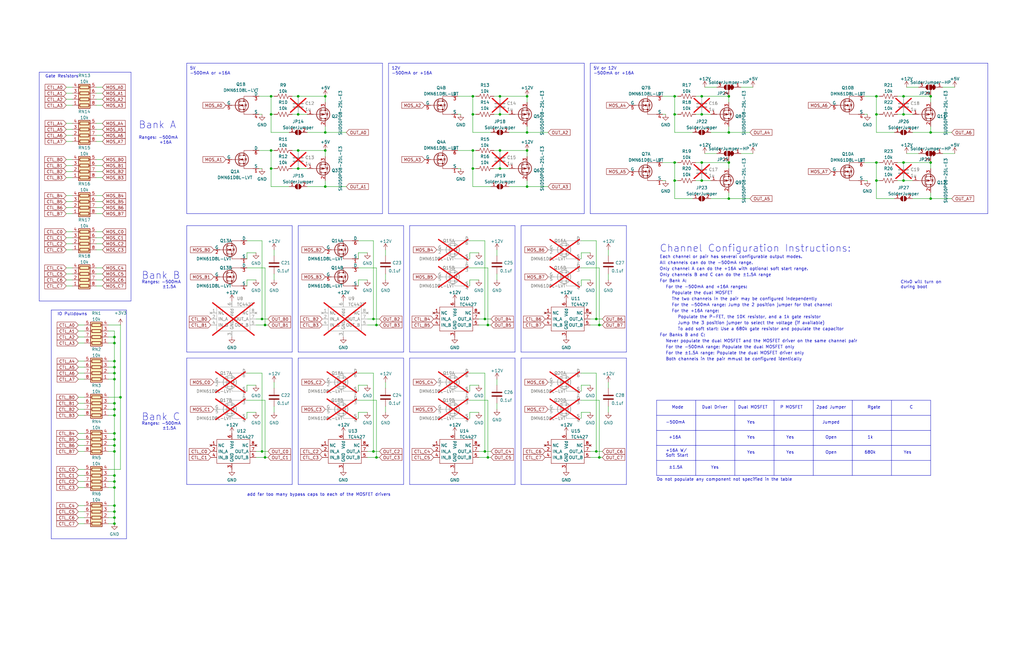
<source format=kicad_sch>
(kicad_sch (version 20230121) (generator eeschema)
  (paper "USLedger")
  (title_block (title "UniClOGS Power Distribution Board") (date "2022-09-06") (rev "2") (company "Benjamin Crall"))
  (junction (at 381 48.26))
  (junction (at 48.26 170.18))
  (junction (at 392.43 83.82))
  (junction (at 199.39 63.5))
  (junction (at 210.82 71.12))
  (junction (at 369.57 48.26))
  (junction (at 381 76.2))
  (junction (at 125.73 63.5))
  (junction (at 48.26 187.96))
  (junction (at 295.91 68.58))
  (junction (at 137.16 63.5))
  (junction (at 137.16 40.64))
  (junction (at 48.26 142.24))
  (junction (at 48.26 144.78))
  (junction (at 295.91 40.64))
  (junction (at 125.73 71.12))
  (junction (at 48.26 182.88))
  (junction (at 114.3 48.26))
  (junction (at 284.48 68.58))
  (junction (at 369.57 40.64))
  (junction (at 114.3 71.12))
  (junction (at 204.47 134.62))
  (junction (at 295.91 48.26))
  (junction (at 125.73 48.26))
  (junction (at 222.25 40.64))
  (junction (at 48.26 175.26))
  (junction (at 48.26 152.4))
  (junction (at 48.26 203.2))
  (junction (at 48.26 220.98))
  (junction (at 210.82 48.26))
  (junction (at 48.26 213.36))
  (junction (at 392.43 55.88))
  (junction (at 48.26 190.5))
  (junction (at 392.43 40.64))
  (junction (at 222.25 63.5))
  (junction (at 307.34 83.82))
  (junction (at 158.75 137.16))
  (junction (at 48.26 218.44))
  (junction (at 251.46 134.62))
  (junction (at 307.34 40.64))
  (junction (at 369.57 76.2))
  (junction (at 48.26 160.02))
  (junction (at 48.26 215.9))
  (junction (at 369.57 68.58))
  (junction (at 210.82 63.5))
  (junction (at 158.75 193.04))
  (junction (at 50.8 167.64))
  (junction (at 205.74 137.16))
  (junction (at 110.49 134.62))
  (junction (at 48.26 172.72))
  (junction (at 157.48 190.5))
  (junction (at 48.26 154.94))
  (junction (at 222.25 55.88))
  (junction (at 284.48 40.64))
  (junction (at 252.73 193.04))
  (junction (at 137.16 78.74))
  (junction (at 204.47 190.5))
  (junction (at 252.73 137.16))
  (junction (at 295.91 76.2))
  (junction (at 48.26 185.42))
  (junction (at 251.46 190.5))
  (junction (at 199.39 71.12))
  (junction (at 114.3 63.5))
  (junction (at 111.76 137.16))
  (junction (at 307.34 55.88))
  (junction (at 125.73 40.64))
  (junction (at 48.26 200.66))
  (junction (at 48.26 205.74))
  (junction (at 381 68.58))
  (junction (at 205.74 193.04))
  (junction (at 48.26 157.48))
  (junction (at 137.16 55.88))
  (junction (at 199.39 48.26))
  (junction (at 110.49 190.5))
  (junction (at 307.34 68.58))
  (junction (at 222.25 78.74))
  (junction (at 114.3 40.64))
  (junction (at 381 40.64))
  (junction (at 392.43 68.58))
  (junction (at 284.48 76.2))
  (junction (at 111.76 193.04))
  (junction (at 157.48 134.62))
  (junction (at 199.39 40.64))
  (junction (at 284.48 48.26))
  (junction (at 210.82 40.64))
  (wire (pts (xy 27.94 115.57) (xy 30.48 115.57)))
  (wire (pts (xy 40.64 85.09) (xy 43.18 85.09)))
  (polyline (pts (xy 264.16 95.25) (xy 264.16 148.59)))
  (wire (pts (xy 369.57 76.2) (xy 369.57 83.82)))
  (wire (pts (xy 137.16 55.88) (xy 146.05 55.88)))
  (wire (pts (xy 378.46 48.26) (xy 381 48.26)))
  (polyline (pts (xy 293.37 168.91) (xy 293.37 200.66)) (stroke (width 0) (type solid)))
  (polyline (pts (xy 217.17 95.25) (xy 217.17 148.59)))
  (wire (pts (xy 48.26 170.18) (xy 48.26 172.72)))
  (wire (pts (xy 40.64 39.37) (xy 43.18 39.37)))
  (wire (pts (xy 205.74 193.04) (xy 205.74 168.91)))
  (wire (pts (xy 115.57 105.41) (xy 115.57 107.95)))
  (wire (pts (xy 27.94 85.09) (xy 30.48 85.09)))
  (wire (pts (xy 364.49 76.2) (xy 365.76 76.2)))
  (polyline (pts (xy 276.86 181.61) (xy 392.43 181.61)) (stroke (width 0) (type solid)))
  (wire (pts (xy 40.64 82.55) (xy 43.18 82.55)))
  (wire (pts (xy 248.92 134.62) (xy 251.46 134.62)))
  (wire (pts (xy 125.73 40.64) (xy 137.16 40.64)))
  (wire (pts (xy 158.75 193.04) (xy 158.75 168.91)))
  (wire (pts (xy 33.02 175.26) (xy 35.56 175.26)))
  (wire (pts (xy 307.34 83.82) (xy 316.23 83.82)))
  (wire (pts (xy 199.39 63.5) (xy 199.39 71.12)))
  (wire (pts (xy 284.48 48.26) (xy 285.75 48.26)))
  (wire (pts (xy 151.13 101.6) (xy 157.48 101.6)))
  (polyline (pts (xy 359.41 168.91) (xy 359.41 200.66)) (stroke (width 0) (type solid)))
  (wire (pts (xy 45.72 220.98) (xy 48.26 220.98)))
  (polyline (pts (xy 123.19 151.13) (xy 123.19 204.47)))
  (wire (pts (xy 162.56 161.29) (xy 162.56 163.83)))
  (wire (pts (xy 295.91 76.2) (xy 299.72 76.2)))
  (wire (pts (xy 33.02 203.2) (xy 35.56 203.2)))
  (wire (pts (xy 27.94 74.93) (xy 30.48 74.93)))
  (wire (pts (xy 384.81 55.88) (xy 392.43 55.88)))
  (wire (pts (xy 48.26 144.78) (xy 48.26 152.4)))
  (wire (pts (xy 48.26 160.02) (xy 48.26 170.18)))
  (wire (pts (xy 151.13 176.53) (xy 151.13 173.99)))
  (polyline (pts (xy 309.88 168.91) (xy 309.88 200.66)) (stroke (width 0) (type solid)))
  (wire (pts (xy 381 40.64) (xy 392.43 40.64)))
  (wire (pts (xy 45.72 144.78) (xy 48.26 144.78)))
  (wire (pts (xy 48.26 187.96) (xy 48.26 190.5)))
  (wire (pts (xy 109.22 40.64) (xy 114.3 40.64)))
  (wire (pts (xy 40.64 72.39) (xy 43.18 72.39)))
  (wire (pts (xy 40.64 115.57) (xy 43.18 115.57)))
  (wire (pts (xy 33.02 142.24) (xy 35.56 142.24)))
  (wire (pts (xy 199.39 48.26) (xy 200.66 48.26)))
  (wire (pts (xy 110.49 190.5) (xy 110.49 157.48)))
  (wire (pts (xy 248.92 190.5) (xy 251.46 190.5)))
  (wire (pts (xy 199.39 48.26) (xy 199.39 55.88)))
  (wire (pts (xy 201.93 137.16) (xy 205.74 137.16)))
  (wire (pts (xy 295.91 48.26) (xy 299.72 48.26)))
  (wire (pts (xy 198.12 173.99) (xy 201.93 173.99)))
  (wire (pts (xy 210.82 71.12) (xy 214.63 71.12)))
  (wire (pts (xy 312.42 64.77) (xy 317.5 64.77)))
  (wire (pts (xy 45.72 218.44) (xy 48.26 218.44)))
  (wire (pts (xy 199.39 40.64) (xy 200.66 40.64)))
  (wire (pts (xy 198.12 118.11) (xy 201.93 118.11)))
  (wire (pts (xy 392.43 81.28) (xy 392.43 83.82)))
  (wire (pts (xy 193.04 71.12) (xy 194.31 71.12)))
  (wire (pts (xy 48.26 200.66) (xy 48.26 203.2)))
  (wire (pts (xy 248.92 137.16) (xy 252.73 137.16)))
  (wire (pts (xy 201.93 190.5) (xy 204.47 190.5)))
  (wire (pts (xy 209.55 105.41) (xy 209.55 107.95)))
  (wire (pts (xy 107.95 190.5) (xy 110.49 190.5)))
  (wire (pts (xy 245.11 162.56) (xy 248.92 162.56)))
  (polyline (pts (xy 276.86 168.91) (xy 276.86 200.66)) (stroke (width 0) (type solid)))
  (polyline (pts (xy 78.74 151.13) (xy 123.19 151.13)))
  (wire (pts (xy 205.74 193.04) (xy 207.01 193.04)))
  (polyline (pts (xy 219.71 151.13) (xy 219.71 204.47)))
  (wire (pts (xy 157.48 190.5) (xy 160.02 190.5)))
  (wire (pts (xy 297.18 36.83) (xy 302.26 36.83)))
  (wire (pts (xy 115.57 171.45) (xy 115.57 173.99)))
  (wire (pts (xy 245.11 109.22) (xy 245.11 106.68)))
  (wire (pts (xy 33.02 157.48) (xy 35.56 157.48)))
  (polyline (pts (xy 264.16 204.47) (xy 219.71 204.47)))
  (wire (pts (xy 198.12 162.56) (xy 201.93 162.56)))
  (wire (pts (xy 392.43 53.34) (xy 392.43 55.88)))
  (wire (pts (xy 129.54 78.74) (xy 137.16 78.74)))
  (wire (pts (xy 222.25 40.64) (xy 222.25 43.18)))
  (wire (pts (xy 33.02 213.36) (xy 35.56 213.36)))
  (wire (pts (xy 111.76 193.04) (xy 113.03 193.04)))
  (polyline (pts (xy 219.71 95.25) (xy 219.71 148.59)))
  (wire (pts (xy 245.11 118.11) (xy 248.92 118.11)))
  (wire (pts (xy 209.55 160.02) (xy 209.55 162.56)))
  (wire (pts (xy 45.72 215.9) (xy 48.26 215.9)))
  (wire (pts (xy 364.49 48.26) (xy 365.76 48.26)))
  (wire (pts (xy 40.64 74.93) (xy 43.18 74.93)))
  (wire (pts (xy 364.49 40.64) (xy 369.57 40.64)))
  (wire (pts (xy 204.47 134.62) (xy 207.01 134.62)))
  (wire (pts (xy 107.95 137.16) (xy 111.76 137.16)))
  (wire (pts (xy 214.63 55.88) (xy 222.25 55.88)))
  (wire (pts (xy 222.25 55.88) (xy 231.14 55.88)))
  (polyline (pts (xy 276.86 200.66) (xy 392.43 200.66)) (stroke (width 0) (type solid)))
  (wire (pts (xy 33.02 144.78) (xy 35.56 144.78)))
  (wire (pts (xy 114.3 40.64) (xy 114.3 48.26)))
  (wire (pts (xy 299.72 55.88) (xy 307.34 55.88)))
  (wire (pts (xy 104.14 165.1) (xy 104.14 162.56)))
  (wire (pts (xy 252.73 193.04) (xy 252.73 168.91)))
  (wire (pts (xy 115.57 115.57) (xy 115.57 118.11)))
  (polyline (pts (xy 123.19 148.59) (xy 78.74 148.59)))
  (wire (pts (xy 204.47 134.62) (xy 204.47 101.6)))
  (wire (pts (xy 222.25 53.34) (xy 222.25 55.88)))
  (wire (pts (xy 208.28 48.26) (xy 210.82 48.26)))
  (wire (pts (xy 284.48 40.64) (xy 284.48 48.26)))
  (wire (pts (xy 245.11 157.48) (xy 251.46 157.48)))
  (wire (pts (xy 198.12 165.1) (xy 198.12 162.56)))
  (wire (pts (xy 125.73 71.12) (xy 129.54 71.12)))
  (wire (pts (xy 45.72 182.88) (xy 48.26 182.88)))
  (wire (pts (xy 45.72 200.66) (xy 48.26 200.66)))
  (wire (pts (xy 104.14 176.53) (xy 104.14 173.99)))
  (wire (pts (xy 297.18 64.77) (xy 302.26 64.77)))
  (wire (pts (xy 114.3 63.5) (xy 114.3 71.12)))
  (polyline (pts (xy 125.73 95.25) (xy 125.73 148.59)))
  (wire (pts (xy 114.3 55.88) (xy 121.92 55.88)))
  (wire (pts (xy 198.12 157.48) (xy 204.47 157.48)))
  (wire (pts (xy 33.02 160.02) (xy 35.56 160.02)))
  (polyline (pts (xy 264.16 151.13) (xy 264.16 204.47)))
  (polyline (pts (xy 170.18 204.47) (xy 125.73 204.47)))
  (wire (pts (xy 369.57 76.2) (xy 370.84 76.2)))
  (wire (pts (xy 48.26 154.94) (xy 48.26 157.48)))
  (wire (pts (xy 245.11 101.6) (xy 251.46 101.6)))
  (wire (pts (xy 50.8 198.12) (xy 50.8 167.64)))
  (wire (pts (xy 45.72 185.42) (xy 48.26 185.42)))
  (wire (pts (xy 210.82 40.64) (xy 222.25 40.64)))
  (wire (pts (xy 125.73 48.26) (xy 129.54 48.26)))
  (wire (pts (xy 27.94 100.33) (xy 30.48 100.33)))
  (polyline (pts (xy 172.72 95.25) (xy 172.72 148.59)))
  (wire (pts (xy 245.11 168.91) (xy 252.73 168.91)))
  (wire (pts (xy 204.47 190.5) (xy 204.47 157.48)))
  (polyline (pts (xy 172.72 151.13) (xy 172.72 204.47)))
  (wire (pts (xy 256.54 171.45) (xy 256.54 173.99)))
  (wire (pts (xy 125.73 63.5) (xy 137.16 63.5)))
  (polyline (pts (xy 163.83 26.67) (xy 163.83 90.17)))
  (polyline (pts (xy 416.56 90.17) (xy 248.92 90.17)))
  (wire (pts (xy 307.34 81.28) (xy 307.34 83.82)))
  (polyline (pts (xy 163.83 26.67) (xy 246.38 26.67)))
  (wire (pts (xy 50.8 137.16) (xy 50.8 167.64)))
  (wire (pts (xy 45.72 139.7) (xy 48.26 139.7)))
  (wire (pts (xy 45.72 190.5) (xy 48.26 190.5)))
  (wire (pts (xy 151.13 113.03) (xy 158.75 113.03)))
  (wire (pts (xy 251.46 134.62) (xy 254 134.62)))
  (wire (pts (xy 198.12 109.22) (xy 198.12 106.68)))
  (wire (pts (xy 27.94 113.03) (xy 30.48 113.03)))
  (wire (pts (xy 307.34 55.88) (xy 316.23 55.88)))
  (wire (pts (xy 378.46 76.2) (xy 381 76.2)))
  (wire (pts (xy 27.94 97.79) (xy 30.48 97.79)))
  (wire (pts (xy 40.64 57.15) (xy 43.18 57.15)))
  (wire (pts (xy 104.14 101.6) (xy 110.49 101.6)))
  (wire (pts (xy 104.14 109.22) (xy 104.14 106.68)))
  (polyline (pts (xy 78.74 95.25) (xy 123.19 95.25)))
  (wire (pts (xy 284.48 40.64) (xy 285.75 40.64)))
  (wire (pts (xy 201.93 134.62) (xy 204.47 134.62)))
  (wire (pts (xy 27.94 67.31) (xy 30.48 67.31)))
  (wire (pts (xy 33.02 187.96) (xy 35.56 187.96)))
  (wire (pts (xy 158.75 137.16) (xy 160.02 137.16)))
  (wire (pts (xy 104.14 157.48) (xy 110.49 157.48)))
  (wire (pts (xy 154.94 193.04) (xy 158.75 193.04)))
  (wire (pts (xy 209.55 115.57) (xy 209.55 118.11)))
  (wire (pts (xy 104.14 162.56) (xy 107.95 162.56)))
  (wire (pts (xy 27.94 36.83) (xy 30.48 36.83)))
  (wire (pts (xy 151.13 120.65) (xy 151.13 118.11)))
  (wire (pts (xy 210.82 63.5) (xy 222.25 63.5)))
  (wire (pts (xy 251.46 190.5) (xy 251.46 157.48)))
  (wire (pts (xy 369.57 48.26) (xy 369.57 55.88)))
  (wire (pts (xy 33.02 185.42) (xy 35.56 185.42)))
  (wire (pts (xy 107.95 134.62) (xy 110.49 134.62)))
  (polyline (pts (xy 53.34 130.81) (xy 53.34 227.33)))
  (wire (pts (xy 157.48 134.62) (xy 157.48 101.6)))
  (wire (pts (xy 295.91 68.58) (xy 307.34 68.58)))
  (wire (pts (xy 157.48 190.5) (xy 157.48 157.48)))
  (wire (pts (xy 381 48.26) (xy 384.81 48.26)))
  (wire (pts (xy 45.72 203.2) (xy 48.26 203.2)))
  (wire (pts (xy 392.43 55.88) (xy 401.32 55.88)))
  (wire (pts (xy 137.16 78.74) (xy 146.05 78.74)))
  (wire (pts (xy 369.57 83.82) (xy 377.19 83.82)))
  (wire (pts (xy 284.48 48.26) (xy 284.48 55.88)))
  (wire (pts (xy 199.39 63.5) (xy 200.66 63.5)))
  (wire (pts (xy 204.47 190.5) (xy 207.01 190.5)))
  (polyline (pts (xy 217.17 151.13) (xy 217.17 204.47)))
  (wire (pts (xy 293.37 68.58) (xy 295.91 68.58)))
  (wire (pts (xy 33.02 170.18) (xy 35.56 170.18)))
  (wire (pts (xy 312.42 36.83) (xy 317.5 36.83)))
  (wire (pts (xy 299.72 83.82) (xy 307.34 83.82)))
  (polyline (pts (xy 78.74 26.67) (xy 161.29 26.67)))
  (wire (pts (xy 307.34 40.64) (xy 307.34 43.18)))
  (wire (pts (xy 40.64 118.11) (xy 43.18 118.11)))
  (wire (pts (xy 27.94 54.61) (xy 30.48 54.61)))
  (wire (pts (xy 392.43 68.58) (xy 392.43 71.12)))
  (wire (pts (xy 27.94 59.69) (xy 30.48 59.69)))
  (wire (pts (xy 48.26 175.26) (xy 48.26 182.88)))
  (wire (pts (xy 284.48 76.2) (xy 284.48 83.82)))
  (wire (pts (xy 48.26 185.42) (xy 48.26 187.96)))
  (wire (pts (xy 48.26 172.72) (xy 48.26 175.26)))
  (polyline (pts (xy 219.71 95.25) (xy 264.16 95.25)))
  (wire (pts (xy 111.76 137.16) (xy 111.76 113.03)))
  (polyline (pts (xy 161.29 26.67) (xy 161.29 90.17)))
  (wire (pts (xy 110.49 134.62) (xy 113.03 134.62)))
  (wire (pts (xy 45.72 157.48) (xy 48.26 157.48)))
  (wire (pts (xy 364.49 68.58) (xy 369.57 68.58)))
  (wire (pts (xy 104.14 173.99) (xy 107.95 173.99)))
  (wire (pts (xy 208.28 63.5) (xy 210.82 63.5)))
  (wire (pts (xy 104.14 113.03) (xy 111.76 113.03)))
  (wire (pts (xy 162.56 105.41) (xy 162.56 107.95)))
  (wire (pts (xy 40.64 90.17) (xy 43.18 90.17)))
  (wire (pts (xy 245.11 120.65) (xy 245.11 118.11)))
  (polyline (pts (xy 342.9 168.91) (xy 342.9 200.66)) (stroke (width 0) (type solid)))
  (polyline (pts (xy 416.56 26.67) (xy 416.56 90.17)))
  (wire (pts (xy 222.25 76.2) (xy 222.25 78.74)))
  (wire (pts (xy 40.64 59.69) (xy 43.18 59.69)))
  (wire (pts (xy 110.49 190.5) (xy 113.03 190.5)))
  (wire (pts (xy 33.02 172.72) (xy 35.56 172.72)))
  (wire (pts (xy 392.43 40.64) (xy 392.43 43.18)))
  (wire (pts (xy 392.43 83.82) (xy 401.32 83.82)))
  (wire (pts (xy 45.72 170.18) (xy 48.26 170.18)))
  (wire (pts (xy 209.55 170.18) (xy 209.55 172.72)))
  (wire (pts (xy 104.14 106.68) (xy 107.95 106.68)))
  (wire (pts (xy 114.3 48.26) (xy 115.57 48.26)))
  (polyline (pts (xy 125.73 151.13) (xy 125.73 204.47)))
  (wire (pts (xy 27.94 120.65) (xy 30.48 120.65)))
  (wire (pts (xy 104.14 118.11) (xy 107.95 118.11)))
  (wire (pts (xy 27.94 82.55) (xy 30.48 82.55)))
  (wire (pts (xy 27.94 90.17) (xy 30.48 90.17)))
  (polyline (pts (xy 55.245 127) (xy 16.51 127)))
  (wire (pts (xy 104.14 120.65) (xy 104.14 118.11)))
  (wire (pts (xy 198.12 106.68) (xy 201.93 106.68)))
  (wire (pts (xy 33.02 220.98) (xy 35.56 220.98)))
  (wire (pts (xy 252.73 137.16) (xy 254 137.16)))
  (wire (pts (xy 45.72 187.96) (xy 48.26 187.96)))
  (polyline (pts (xy 21.59 130.81) (xy 21.59 227.33)))
  (wire (pts (xy 369.57 40.64) (xy 369.57 48.26)))
  (polyline (pts (xy 217.17 148.59) (xy 172.72 148.59)))
  (wire (pts (xy 40.64 69.85) (xy 43.18 69.85)))
  (wire (pts (xy 33.02 218.44) (xy 35.56 218.44)))
  (wire (pts (xy 193.04 63.5) (xy 199.39 63.5)))
  (wire (pts (xy 48.26 182.88) (xy 48.26 185.42)))
  (wire (pts (xy 284.48 68.58) (xy 284.48 76.2)))
  (wire (pts (xy 198.12 120.65) (xy 198.12 118.11)))
  (wire (pts (xy 251.46 190.5) (xy 254 190.5)))
  (wire (pts (xy 114.3 48.26) (xy 114.3 55.88)))
  (polyline (pts (xy 170.18 148.59) (xy 125.73 148.59)))
  (wire (pts (xy 154.94 134.62) (xy 157.48 134.62)))
  (wire (pts (xy 397.51 64.77) (xy 402.59 64.77)))
  (wire (pts (xy 114.3 78.74) (xy 121.92 78.74)))
  (polyline (pts (xy 248.92 26.67) (xy 248.92 90.17)))
  (polyline (pts (xy 53.34 227.33) (xy 21.59 227.33)))
  (polyline (pts (xy 161.29 90.17) (xy 78.74 90.17)))
  (wire (pts (xy 33.02 137.16) (xy 35.56 137.16)))
  (wire (pts (xy 162.56 171.45) (xy 162.56 173.99)))
  (wire (pts (xy 123.19 71.12) (xy 125.73 71.12)))
  (wire (pts (xy 40.64 54.61) (xy 43.18 54.61)))
  (wire (pts (xy 284.48 76.2) (xy 285.75 76.2)))
  (wire (pts (xy 201.93 193.04) (xy 205.74 193.04)))
  (polyline (pts (xy 172.72 151.13) (xy 217.17 151.13)))
  (polyline (pts (xy 55.245 30.48) (xy 55.245 127)))
  (wire (pts (xy 40.64 87.63) (xy 43.18 87.63)))
  (wire (pts (xy 48.26 139.7) (xy 48.26 142.24)))
  (wire (pts (xy 279.4 48.26) (xy 280.67 48.26)))
  (wire (pts (xy 40.64 44.45) (xy 43.18 44.45)))
  (wire (pts (xy 50.8 167.64) (xy 45.72 167.64)))
  (wire (pts (xy 27.94 102.87) (xy 30.48 102.87)))
  (polyline (pts (xy 375.92 168.91) (xy 375.92 200.66)) (stroke (width 0) (type solid)))
  (wire (pts (xy 307.34 53.34) (xy 307.34 55.88)))
  (wire (pts (xy 205.74 137.16) (xy 205.74 113.03)))
  (polyline (pts (xy 246.38 26.67) (xy 246.38 90.17)))
  (polyline (pts (xy 219.71 151.13) (xy 264.16 151.13)))
  (wire (pts (xy 45.72 137.16) (xy 50.8 137.16)))
  (wire (pts (xy 151.13 173.99) (xy 154.94 173.99)))
  (wire (pts (xy 199.39 71.12) (xy 200.66 71.12)))
  (wire (pts (xy 48.26 142.24) (xy 48.26 144.78)))
  (wire (pts (xy 27.94 69.85) (xy 30.48 69.85)))
  (wire (pts (xy 45.72 160.02) (xy 48.26 160.02)))
  (wire (pts (xy 45.72 142.24) (xy 48.26 142.24)))
  (wire (pts (xy 48.26 213.36) (xy 48.26 215.9)))
  (polyline (pts (xy 78.74 95.25) (xy 78.74 148.59)))
  (polyline (pts (xy 21.59 130.81) (xy 53.34 130.81)))
  (polyline (pts (xy 326.39 168.91) (xy 326.39 200.66)) (stroke (width 0) (type solid)))
  (wire (pts (xy 154.94 190.5) (xy 157.48 190.5)))
  (polyline (pts (xy 264.16 148.59) (xy 219.71 148.59)))
  (wire (pts (xy 40.64 52.07) (xy 43.18 52.07)))
  (wire (pts (xy 40.64 113.03) (xy 43.18 113.03)))
  (wire (pts (xy 151.13 106.68) (xy 154.94 106.68)))
  (wire (pts (xy 193.04 40.64) (xy 199.39 40.64)))
  (wire (pts (xy 137.16 63.5) (xy 137.16 66.04)))
  (wire (pts (xy 45.72 154.94) (xy 48.26 154.94)))
  (wire (pts (xy 157.48 134.62) (xy 160.02 134.62)))
  (wire (pts (xy 151.13 165.1) (xy 151.13 162.56)))
  (wire (pts (xy 293.37 40.64) (xy 295.91 40.64)))
  (wire (pts (xy 381 68.58) (xy 392.43 68.58)))
  (wire (pts (xy 27.94 118.11) (xy 30.48 118.11)))
  (wire (pts (xy 279.4 68.58) (xy 284.48 68.58)))
  (wire (pts (xy 397.51 36.83) (xy 402.59 36.83)))
  (wire (pts (xy 151.13 162.56) (xy 154.94 162.56)))
  (polyline (pts (xy 170.18 151.13) (xy 170.18 204.47)))
  (wire (pts (xy 256.54 161.29) (xy 256.54 163.83)))
  (wire (pts (xy 40.64 105.41) (xy 43.18 105.41)))
  (wire (pts (xy 48.26 203.2) (xy 48.26 205.74)))
  (polyline (pts (xy 246.38 90.17) (xy 163.83 90.17)))
  (wire (pts (xy 27.94 72.39) (xy 30.48 72.39)))
  (wire (pts (xy 369.57 68.58) (xy 370.84 68.58)))
  (wire (pts (xy 198.12 168.91) (xy 205.74 168.91)))
  (wire (pts (xy 199.39 55.88) (xy 207.01 55.88)))
  (wire (pts (xy 378.46 68.58) (xy 381 68.58)))
  (wire (pts (xy 245.11 106.68) (xy 248.92 106.68)))
  (polyline (pts (xy 172.72 95.25) (xy 217.17 95.25)))
  (wire (pts (xy 154.94 137.16) (xy 158.75 137.16)))
  (polyline (pts (xy 276.86 168.91) (xy 392.43 168.91)) (stroke (width 0) (type solid)))
  (wire (pts (xy 284.48 55.88) (xy 292.1 55.88)))
  (wire (pts (xy 245.11 176.53) (xy 245.11 173.99)))
  (wire (pts (xy 33.02 198.12) (xy 35.56 198.12)))
  (polyline (pts (xy 276.86 194.31) (xy 392.43 194.31)) (stroke (width 0) (type solid)))
  (wire (pts (xy 111.76 137.16) (xy 113.03 137.16)))
  (polyline (pts (xy 78.74 26.67) (xy 78.74 90.17)))
  (wire (pts (xy 256.54 115.57) (xy 256.54 118.11)))
  (wire (pts (xy 27.94 44.45) (xy 30.48 44.45)))
  (wire (pts (xy 198.12 113.03) (xy 205.74 113.03)))
  (wire (pts (xy 33.02 167.64) (xy 35.56 167.64)))
  (wire (pts (xy 198.12 101.6) (xy 204.47 101.6)))
  (wire (pts (xy 33.02 182.88) (xy 35.56 182.88)))
  (wire (pts (xy 33.02 215.9) (xy 35.56 215.9)))
  (wire (pts (xy 295.91 40.64) (xy 307.34 40.64)))
  (wire (pts (xy 123.19 40.64) (xy 125.73 40.64)))
  (wire (pts (xy 48.26 215.9) (xy 48.26 218.44)))
  (wire (pts (xy 151.13 157.48) (xy 157.48 157.48)))
  (wire (pts (xy 245.11 173.99) (xy 248.92 173.99)))
  (wire (pts (xy 114.3 63.5) (xy 115.57 63.5)))
  (wire (pts (xy 40.64 120.65) (xy 43.18 120.65)))
  (wire (pts (xy 151.13 109.22) (xy 151.13 106.68)))
  (wire (pts (xy 115.57 161.29) (xy 115.57 163.83)))
  (wire (pts (xy 248.92 193.04) (xy 252.73 193.04)))
  (polyline (pts (xy 125.73 95.25) (xy 170.18 95.25)))
  (wire (pts (xy 107.95 193.04) (xy 111.76 193.04)))
  (wire (pts (xy 40.64 67.31) (xy 43.18 67.31)))
  (wire (pts (xy 382.27 64.77) (xy 387.35 64.77)))
  (wire (pts (xy 293.37 76.2) (xy 295.91 76.2)))
  (wire (pts (xy 114.3 71.12) (xy 115.57 71.12)))
  (wire (pts (xy 48.26 205.74) (xy 48.26 213.36)))
  (wire (pts (xy 198.12 176.53) (xy 198.12 173.99)))
  (wire (pts (xy 45.72 205.74) (xy 48.26 205.74)))
  (wire (pts (xy 251.46 134.62) (xy 251.46 101.6)))
  (wire (pts (xy 151.13 168.91) (xy 158.75 168.91)))
  (polyline (pts (xy 123.19 204.47) (xy 78.74 204.47)))
  (wire (pts (xy 205.74 137.16) (xy 207.01 137.16)))
  (wire (pts (xy 33.02 205.74) (xy 35.56 205.74)))
  (wire (pts (xy 123.19 63.5) (xy 125.73 63.5)))
  (wire (pts (xy 45.72 175.26) (xy 48.26 175.26)))
  (wire (pts (xy 293.37 48.26) (xy 295.91 48.26)))
  (wire (pts (xy 210.82 48.26) (xy 214.63 48.26)))
  (wire (pts (xy 199.39 71.12) (xy 199.39 78.74)))
  (wire (pts (xy 109.22 63.5) (xy 114.3 63.5)))
  (polyline (pts (xy 217.17 204.47) (xy 172.72 204.47)))
  (wire (pts (xy 27.94 39.37) (xy 30.48 39.37)))
  (wire (pts (xy 40.64 97.79) (xy 43.18 97.79)))
  (polyline (pts (xy 16.51 30.48) (xy 55.245 30.48)))
  (polyline (pts (xy 170.18 95.25) (xy 170.18 148.59)))
  (wire (pts (xy 33.02 152.4) (xy 35.56 152.4)))
  (polyline (pts (xy 123.19 95.25) (xy 123.19 148.59)))
  (wire (pts (xy 45.72 172.72) (xy 48.26 172.72)))
  (wire (pts (xy 40.64 100.33) (xy 43.18 100.33)))
  (wire (pts (xy 284.48 68.58) (xy 285.75 68.58)))
  (wire (pts (xy 384.81 83.82) (xy 392.43 83.82)))
  (wire (pts (xy 214.63 78.74) (xy 222.25 78.74)))
  (wire (pts (xy 48.26 157.48) (xy 48.26 160.02)))
  (polyline (pts (xy 78.74 151.13) (xy 78.74 204.47)))
  (wire (pts (xy 378.46 40.64) (xy 381 40.64)))
  (polyline (pts (xy 392.43 168.91) (xy 392.43 200.66)) (stroke (width 0) (type solid)))
  (wire (pts (xy 369.57 40.64) (xy 370.84 40.64)))
  (wire (pts (xy 158.75 193.04) (xy 160.02 193.04)))
  (wire (pts (xy 193.04 48.26) (xy 194.31 48.26)))
  (wire (pts (xy 222.25 78.74) (xy 231.14 78.74)))
  (wire (pts (xy 162.56 115.57) (xy 162.56 118.11)))
  (wire (pts (xy 307.34 68.58) (xy 307.34 71.12)))
  (wire (pts (xy 382.27 36.83) (xy 387.35 36.83)))
  (wire (pts (xy 123.19 48.26) (xy 125.73 48.26)))
  (wire (pts (xy 129.54 55.88) (xy 137.16 55.88)))
  (wire (pts (xy 284.48 83.82) (xy 292.1 83.82)))
  (wire (pts (xy 48.26 152.4) (xy 48.26 154.94)))
  (wire (pts (xy 48.26 218.44) (xy 48.26 220.98)))
  (polyline (pts (xy 16.51 30.48) (xy 16.51 127)))
  (polyline (pts (xy 248.92 26.67) (xy 416.56 26.67)))
  (wire (pts (xy 40.64 41.91) (xy 43.18 41.91)))
  (wire (pts (xy 40.64 102.87) (xy 43.18 102.87)))
  (wire (pts (xy 104.14 168.91) (xy 111.76 168.91)))
  (wire (pts (xy 245.11 113.03) (xy 252.73 113.03)))
  (wire (pts (xy 27.94 87.63) (xy 30.48 87.63)))
  (wire (pts (xy 33.02 190.5) (xy 35.56 190.5)))
  (wire (pts (xy 252.73 193.04) (xy 254 193.04)))
  (wire (pts (xy 40.64 36.83) (xy 43.18 36.83)))
  (wire (pts (xy 369.57 68.58) (xy 369.57 76.2)))
  (polyline (pts (xy 276.86 175.26) (xy 392.43 175.26)) (stroke (width 0) (type solid)))
  (wire (pts (xy 369.57 55.88) (xy 377.19 55.88)))
  (wire (pts (xy 33.02 154.94) (xy 35.56 154.94)))
  (wire (pts (xy 45.72 213.36) (xy 48.26 213.36)))
  (wire (pts (xy 208.28 40.64) (xy 210.82 40.64)))
  (wire (pts (xy 199.39 78.74) (xy 207.01 78.74)))
  (wire (pts (xy 279.4 76.2) (xy 280.67 76.2)))
  (wire (pts (xy 27.94 41.91) (xy 30.48 41.91)))
  (wire (pts (xy 245.11 165.1) (xy 245.11 162.56)))
  (wire (pts (xy 109.22 71.12) (xy 110.49 71.12)))
  (wire (pts (xy 45.72 198.12) (xy 50.8 198.12)))
  (wire (pts (xy 27.94 57.15) (xy 30.48 57.15)))
  (wire (pts (xy 27.94 52.07) (xy 30.48 52.07)))
  (wire (pts (xy 111.76 193.04) (xy 111.76 168.91)))
  (wire (pts (xy 33.02 139.7) (xy 35.56 139.7)))
  (wire (pts (xy 252.73 137.16) (xy 252.73 113.03)))
  (wire (pts (xy 109.22 48.26) (xy 110.49 48.26)))
  (wire (pts (xy 137.16 76.2) (xy 137.16 78.74)))
  (wire (pts (xy 222.25 63.5) (xy 222.25 66.04)))
  (polyline (pts (xy 276.86 187.96) (xy 392.43 187.96)) (stroke (width 0) (type solid)))
  (wire (pts (xy 137.16 53.34) (xy 137.16 55.88)))
  (wire (pts (xy 27.94 105.41) (xy 30.48 105.41)))
  (wire (pts (xy 114.3 71.12) (xy 114.3 78.74)))
  (wire (pts (xy 114.3 40.64) (xy 115.57 40.64)))
  (wire (pts (xy 151.13 118.11) (xy 154.94 118.11)))
  (wire (pts (xy 369.57 48.26) (xy 370.84 48.26)))
  (wire (pts (xy 208.28 71.12) (xy 210.82 71.12)))
  (wire (pts (xy 137.16 40.64) (xy 137.16 43.18)))
  (polyline (pts (xy 125.73 151.13) (xy 170.18 151.13)))
  (wire (pts (xy 279.4 40.64) (xy 284.48 40.64)))
  (wire (pts (xy 110.49 134.62) (xy 110.49 101.6)))
  (wire (pts (xy 158.75 137.16) (xy 158.75 113.03)))
  (wire (pts (xy 199.39 40.64) (xy 199.39 48.26)))
  (wire (pts (xy 256.54 105.41) (xy 256.54 107.95)))
  (wire (pts (xy 48.26 190.5) (xy 48.26 200.66)))
  (wire (pts (xy 45.72 152.4) (xy 48.26 152.4)))
  (wire (pts (xy 381 76.2) (xy 384.81 76.2)))
  (wire (pts (xy 33.02 200.66) (xy 35.56 200.66)))
  (text "C" (at 383.54 172.72 0) (effects (font (size 1.27 1.27)) (justify left bottom)))
  (text "Yes" (at 314.96 191.77 0) (effects (font (size 1.27 1.27)) (justify left bottom)))
  (text "Jumped" (at 346.71 179.07 0) (effects (font (size 1.27 1.27)) (justify left bottom)))
  (text "Populate the P-FET, the 10K resistor, and a 1k gate resistor" (at 285.75 134.62 0) (effects (font (size 1.27 1.27)) (justify left bottom)))
  (text "For the ±1.5A range: Populate the dual MOSFET driver only" (at 280.67 149.86 0) (effects (font (size 1.27 1.27)) (justify left bottom)))
  (text "Dual Driver" (at 295.91 172.72 0) (effects (font (size 1.27 1.27)) (justify left bottom)))
  (text "+16A" (at 281.94 185.42 0) (effects (font (size 1.27 1.27)) (justify left bottom)))
  (text "P MOSFET" (at 328.93 172.72 0) (effects (font (size 1.27 1.27)) (justify left bottom)))
  (text "5V\n-500mA or +16A" (at 80.01 31.75 0) (effects (font (size 1.27 1.27)) (justify left bottom)))
  (text "add far too many bypass caps to each of the MOSFET drivers" (at 104.14 209.55 0) (effects (font (size 1.27 1.27)) (justify left bottom)))
  (text "1k" (at 365.76 185.42 0) (effects (font (size 1.27 1.27)) (justify left bottom)))
  (text "Yes" (at 314.96 179.07 0) (effects (font (size 1.27 1.27)) (justify left bottom)))
  (text "For Bank A:" (at 278.13 119.38 0) (effects (font (size 1.27 1.27)) (justify left bottom)))
  (text "Ranges: -500mA\n         +16A" (at 58.42 60.96 0) (effects (font (size 1.27 1.27)) (justify left bottom)))
  (text "12V\n-500mA or +16A" (at 165.1 31.75 0) (effects (font (size 1.27 1.27)) (justify left bottom)))
  (text "5V or 12V\n-500mA or +16A" (at 250.19 31.75 0) (effects (font (size 1.27 1.27)) (justify left bottom)))
  (text "Yes" (at 299.72 198.12 0) (effects (font (size 1.27 1.27)) (justify left bottom)))
  (text "Jump the 3 position jumper to select the voltage (if available)" (at 285.75 137.16 0) (effects (font (size 1.27 1.27)) (justify left bottom)))
  (text "Each channel or pair has several configurable output modes." (at 278.13 109.22 0) (effects (font (size 1.27 1.27)) (justify left bottom)))
  (text "For the -500mA range: Populate the dual MOSFET only" (at 280.67 147.32 0) (effects (font (size 1.27 1.27)) (justify left bottom)))
  (text "Yes" (at 381 191.77 0) (effects (font (size 1.27 1.27)) (justify left bottom)))
  (text "Open" (at 347.98 191.77 0) (effects (font (size 1.27 1.27)) (justify left bottom)))
  (text "Mode" (at 283.21 172.72 0) (effects (font (size 1.27 1.27)) (justify left bottom)))
  (text "Only channel A can do the +16A with optional soft start range." (at 278.13 114.3 0) (effects (font (size 1.27 1.27)) (justify left bottom)))
  (text "Bank A" (at 58.42 54.61 0) (effects (font (size 3 3)) (justify left bottom)))
  (text "+16A W/\nSoft Start" (at 280.67 193.04 0) (effects (font (size 1.27 1.27)) (justify left bottom)))
  (text "Yes" (at 331.47 191.77 0) (effects (font (size 1.27 1.27)) (justify left bottom)))
  (text "Do not populate any component not specified in the table" (at 276.86 203.2 0) (effects (font (size 1.27 1.27)) (justify left bottom)))
  (text "Dual MOSFET" (at 311.15 172.72 0) (effects (font (size 1.27 1.27)) (justify left bottom)))
  (text "Yes" (at 331.47 185.42 0) (effects (font (size 1.27 1.27)) (justify left bottom)))
  (text "IO Pulldowns" (at 24.13 133.35 0) (effects (font (size 1.27 1.27)) (justify left bottom)))
  (text "Only channels B and C can do the ±1.5A range" (at 278.13 116.84 0) (effects (font (size 1.27 1.27)) (justify left bottom)))
  (text "Gate Resistors" (at 19.05 33.02 0) (effects (font (size 1.27 1.27)) (justify left bottom)))
  (text "Channel Configuration Instructions:" (at 278.13 106.68 0) (effects (font (size 3 3)) (justify left bottom)))
  (text "To add soft start: Use a 680k gate resistor and populate the capacitor" (at 285.75 139.7 0) (effects (font (size 1.27 1.27)) (justify left bottom)))
  (text "All channels can do the -500mA range." (at 278.13 111.76 0) (effects (font (size 1.27 1.27)) (justify left bottom)))
  (text "2pad Jumper" (at 344.17 172.72 0) (effects (font (size 1.27 1.27)) (justify left bottom)))
  (text "Bank B" (at 59.69 118.11 0) (effects (font (size 3 3)) (justify left bottom)))
  (text "Ranges: -500mA\n         ±1.5A" (at 59.69 121.92 0) (effects (font (size 1.27 1.27)) (justify left bottom)))
  (text "CHx0 will turn on\nduring boot" (at 379.73 121.92 0) (effects (font (size 1.27 1.27)) (justify left bottom)))
  (text "See design notes on how to populate this area\nof the circuit to configre output behavior" (at 20.32 -222.885 0) (effects (font (size 1.27 1.27)) (justify left bottom)))
  (text "For the -500mA range: Jump the 2 position jumper for that channel" (at 283.21 129.54 0) (effects (font (size 1.27 1.27)) (justify left bottom)))
  (text "Ranges: -500mA\n         ±1.5A" (at 59.69 181.61 0) (effects (font (size 1.27 1.27)) (justify left bottom)))
  (text "680k" (at 364.49 191.77 0) (effects (font (size 1.27 1.27)) (justify left bottom)))
  (text "Both channels in the pair mmust be configured identically" (at 280.67 152.4 0) (effects (font (size 1.27 1.27)) (justify left bottom)))
  (text "For the +16A range:" (at 283.21 132.08 0) (effects (font (size 1.27 1.27)) (justify left bottom)))
  (text "Rgate" (at 365.76 172.72 0) (effects (font (size 1.27 1.27)) (justify left bottom)))
  (text "Never populate the dual MOSFET and the MOSFET driver on the same channel pair" (at 280.67 144.78 0) (effects (font (size 1.27 1.27)) (justify left bottom)))
  (text "Bank C" (at 59.69 177.8 0) (effects (font (size 3 3)) (justify left bottom)))
  (text "For the -500mA and +16A ranges:" (at 280.67 121.92 0) (effects (font (size 1.27 1.27)) (justify left bottom)))
  (text "Open" (at 347.98 185.42 0) (effects (font (size 1.27 1.27)) (justify left bottom)))
  (text "Populate the dual MOSFET" (at 283.21 124.46 0) (effects (font (size 1.27 1.27)) (justify left bottom)))
  (text "For Banks B and C:" (at 278.13 142.24 0) (effects (font (size 1.27 1.27)) (justify left bottom)))
  (text "±1.5A" (at 281.94 198.12 0) (effects (font (size 1.27 1.27)) (justify left bottom)))
  (text "Yes" (at 314.96 185.42 0) (effects (font (size 1.27 1.27)) (justify left bottom)))
  (text "-500mA" (at 280.67 179.07 0) (effects (font (size 1.27 1.27)) (justify left bottom)))
  (text "The two channels in the pair may be configured independently" (at 283.21 127 0) (effects (font (size 1.27 1.27)) (justify left bottom)))
  (global_label "CTL_B6" (shape input) (at 27.94 87.63 180) (property "Intersheetrefs" "${INTERSHEET_REFS}" (effects hide)))
  (global_label "MOS_B1" (shape input) (at 43.18 69.85 0) (property "Intersheetrefs" "${INTERSHEET_REFS}" (effects hide)))
  (global_label "CTL_B2" (shape input) (at 135.89 134.62 180) (property "Intersheetrefs" "${INTERSHEET_REFS}" (effects hide)))
  (global_label "MOS_B5" (shape input) (at 184.15 116.84 180) (property "Intersheetrefs" "${INTERSHEET_REFS}" (effects hide)))
  (global_label "CTL_A6" (shape input) (at 27.94 57.15 180) (property "Intersheetrefs" "${INTERSHEET_REFS}" (effects hide)))
  (global_label "CTL_C4" (shape input) (at 182.88 190.5 180) (property "Intersheetrefs" "${INTERSHEET_REFS}" (effects hide)))
  (global_label "CTL_B0" (shape input) (at 33.02 167.64 180) (property "Intersheetrefs" "${INTERSHEET_REFS}" (effects hide)))
  (global_label "MOS_A4" (shape input) (at 43.18 52.07 0) (property "Intersheetrefs" "${INTERSHEET_REFS}" (effects hide)))
  (global_label "MOS_C3" (shape input) (at 43.18 105.41 0) (property "Intersheetrefs" "${INTERSHEET_REFS}" (effects hide)))
  (global_label "OUT_B4" (shape input) (at 207.01 134.62 0) (property "Intersheetrefs" "${INTERSHEET_REFS}" (effects hide)))
  (global_label "MOS_B0" (shape input) (at 43.18 67.31 0) (property "Intersheetrefs" "${INTERSHEET_REFS}" (effects hide)))
  (global_label "MOS_C4" (shape input) (at 184.15 161.29 180) (property "Intersheetrefs" "${INTERSHEET_REFS}" (effects hide)))
  (global_label "MOS_C0" (shape input) (at 90.17 161.29 180) (property "Intersheetrefs" "${INTERSHEET_REFS}" (effects hide)))
  (global_label "CTL_A5" (shape input) (at 27.94 54.61 180) (property "Intersheetrefs" "${INTERSHEET_REFS}" (effects hide)))
  (global_label "OUT_A3" (shape input) (at 231.14 78.74 0) (property "Intersheetrefs" "${INTERSHEET_REFS}" (effects hide)))
  (global_label "CTL_C0" (shape input) (at 27.94 97.79 180) (property "Intersheetrefs" "${INTERSHEET_REFS}" (effects hide)))
  (global_label "CTL_B4" (shape input) (at 182.88 134.62 180) (property "Intersheetrefs" "${INTERSHEET_REFS}" (effects hide)))
  (global_label "OUT_C0" (shape input) (at 113.03 190.5 0) (property "Intersheetrefs" "${INTERSHEET_REFS}" (effects hide)))
  (global_label "CTL_B1" (shape input) (at 33.02 170.18 180) (property "Intersheetrefs" "${INTERSHEET_REFS}" (effects hide)))
  (global_label "MOS_A6" (shape input) (at 43.18 57.15 0) (property "Intersheetrefs" "${INTERSHEET_REFS}" (effects hide)))
  (global_label "OUT_A7" (shape input) (at 401.32 83.82 0) (property "Intersheetrefs" "${INTERSHEET_REFS}" (effects hide)))
  (global_label "CTL_B5" (shape input) (at 182.88 137.16 180) (property "Intersheetrefs" "${INTERSHEET_REFS}" (effects hide)))
  (global_label "CTL_B7" (shape input) (at 33.02 190.5 180) (property "Intersheetrefs" "${INTERSHEET_REFS}" (effects hide)))
  (global_label "MOS_A0" (shape input) (at 95.25 44.45 180) (property "Intersheetrefs" "${INTERSHEET_REFS}" (effects hide)))
  (global_label "MOS_C3" (shape input) (at 137.16 172.72 180) (property "Intersheetrefs" "${INTERSHEET_REFS}" (effects hide)))
  (global_label "MOS_B4" (shape input) (at 184.15 105.41 180) (property "Intersheetrefs" "${INTERSHEET_REFS}" (effects hide)))
  (global_label "CTL_B0" (shape input) (at 27.94 67.31 180) (property "Intersheetrefs" "${INTERSHEET_REFS}" (effects hide)))
  (global_label "MOS_B7" (shape input) (at 43.18 90.17 0) (property "Intersheetrefs" "${INTERSHEET_REFS}" (effects hide)))
  (global_label "MOS_B3" (shape input) (at 43.18 74.93 0) (property "Intersheetrefs" "${INTERSHEET_REFS}" (effects hide)))
  (global_label "MOS_B6" (shape input) (at 231.14 105.41 180) (property "Intersheetrefs" "${INTERSHEET_REFS}" (effects hide)))
  (global_label "CTL_B2" (shape input) (at 33.02 172.72 180) (property "Intersheetrefs" "${INTERSHEET_REFS}" (effects hide)))
  (global_label "MOS_A6" (shape input) (at 350.52 44.45 180) (property "Intersheetrefs" "${INTERSHEET_REFS}" (effects hide)))
  (global_label "OUT_C6" (shape input) (at 254 190.5 0) (property "Intersheetrefs" "${INTERSHEET_REFS}" (effects hide)))
  (global_label "CTL_B3" (shape input) (at 27.94 74.93 180) (property "Intersheetrefs" "${INTERSHEET_REFS}" (effects hide)))
  (global_label "CTL_C5" (shape input) (at 33.02 215.9 180) (property "Intersheetrefs" "${INTERSHEET_REFS}" (effects hide)))
  (global_label "OUT_A0" (shape input) (at 146.05 55.88 0) (property "Intersheetrefs" "${INTERSHEET_REFS}" (effects hide)))
  (global_label "CTL_B2" (shape input) (at 27.94 72.39 180) (property "Intersheetrefs" "${INTERSHEET_REFS}" (effects hide)))
  (global_label "MOS_A0" (shape input) (at 43.18 36.83 0) (property "Intersheetrefs" "${INTERSHEET_REFS}" (effects hide)))
  (global_label "CTL_C0" (shape input) (at 88.9 190.5 180) (property "Intersheetrefs" "${INTERSHEET_REFS}" (effects hide)))
  (global_label "CTL_C5" (shape input) (at 27.94 115.57 180) (property "Intersheetrefs" "${INTERSHEET_REFS}" (effects hide)))
  (global_label "CTL_B7" (shape input) (at 229.87 137.16 180) (property "Intersheetrefs" "${INTERSHEET_REFS}" (effects hide)))
  (global_label "OUT_C7" (shape input) (at 254 193.04 0) (property "Intersheetrefs" "${INTERSHEET_REFS}" (effects hide)))
  (global_label "OUT_A6" (shape input) (at 401.32 55.88 0) (property "Intersheetrefs" "${INTERSHEET_REFS}" (effects hide)))
  (global_label "MOS_B7" (shape input) (at 231.14 116.84 180) (property "Intersheetrefs" "${INTERSHEET_REFS}" (effects hide)))
  (global_label "CTL_A4" (shape input) (at 33.02 152.4 180) (property "Intersheetrefs" "${INTERSHEET_REFS}" (effects hide)))
  (global_label "CTL_A3" (shape input) (at 27.94 44.45 180) (property "Intersheetrefs" "${INTERSHEET_REFS}" (effects hide)))
  (global_label "MOS_A7" (shape input) (at 350.52 72.39 180) (property "Intersheetrefs" "${INTERSHEET_REFS}" (effects hide)))
  (global_label "CTL_C7" (shape input) (at 229.87 193.04 180) (property "Intersheetrefs" "${INTERSHEET_REFS}" (effects hide)))
  (global_label "MOS_C5" (shape input) (at 43.18 115.57 0) (property "Intersheetrefs" "${INTERSHEET_REFS}" (effects hide)))
  (global_label "CTL_C6" (shape input) (at 33.02 218.44 180) (property "Intersheetrefs" "${INTERSHEET_REFS}" (effects hide)))
  (global_label "MOS_B0" (shape input) (at 90.17 105.41 180) (property "Intersheetrefs" "${INTERSHEET_REFS}" (effects hide)))
  (global_label "OUT_A1" (shape input) (at 146.05 78.74 0) (property "Intersheetrefs" "${INTERSHEET_REFS}" (effects hide)))
  (global_label "MOS_C1" (shape input) (at 90.17 172.72 180) (property "Intersheetrefs" "${INTERSHEET_REFS}" (effects hide)))
  (global_label "MOS_B4" (shape input) (at 43.18 82.55 0) (property "Intersheetrefs" "${INTERSHEET_REFS}" (effects hide)))
  (global_label "CTL_C2" (shape input) (at 135.89 190.5 180) (property "Intersheetrefs" "${INTERSHEET_REFS}" (effects hide)))
  (global_label "MOS_B1" (shape input) (at 90.17 116.84 180) (property "Intersheetrefs" "${INTERSHEET_REFS}" (effects hide)))
  (global_label "CTL_A5" (shape input) (at 33.02 154.94 180) (property "Intersheetrefs" "${INTERSHEET_REFS}" (effects hide)))
  (global_label "CTL_B3" (shape input) (at 135.89 137.16 180) (property "Intersheetrefs" "${INTERSHEET_REFS}" (effects hide)))
  (global_label "CTL_B6" (shape input) (at 33.02 187.96 180) (property "Intersheetrefs" "${INTERSHEET_REFS}" (effects hide)))
  (global_label "CTL_C2" (shape input) (at 33.02 203.2 180) (property "Intersheetrefs" "${INTERSHEET_REFS}" (effects hide)))
  (global_label "MOS_B3" (shape input) (at 137.16 116.84 180) (property "Intersheetrefs" "${INTERSHEET_REFS}" (effects hide)))
  (global_label "CTL_A1" (shape input) (at 33.02 139.7 180) (property "Intersheetrefs" "${INTERSHEET_REFS}" (effects hide)))
  (global_label "OUT_B6" (shape input) (at 254 134.62 0) (property "Intersheetrefs" "${INTERSHEET_REFS}" (effects hide)))
  (global_label "CTL_B1" (shape input) (at 27.94 69.85 180) (property "Intersheetrefs" "${INTERSHEET_REFS}" (effects hide)))
  (global_label "MOS_B6" (shape input) (at 43.18 87.63 0) (property "Intersheetrefs" "${INTERSHEET_REFS}" (effects hide)))
  (global_label "CTL_C6" (shape input) (at 27.94 118.11 180) (property "Intersheetrefs" "${INTERSHEET_REFS}" (effects hide)))
  (global_label "CTL_C7" (shape input) (at 27.94 120.65 180) (property "Intersheetrefs" "${INTERSHEET_REFS}" (effects hide)))
  (global_label "OUT_B7" (shape input) (at 254 137.16 0) (property "Intersheetrefs" "${INTERSHEET_REFS}" (effects hide)))
  (global_label "CTL_C1" (shape input) (at 88.9 193.04 180) (property "Intersheetrefs" "${INTERSHEET_REFS}" (effects hide)))
  (global_label "MOS_A7" (shape input) (at 43.18 59.69 0) (property "Intersheetrefs" "${INTERSHEET_REFS}" (effects hide)))
  (global_label "CTL_B7" (shape input) (at 27.94 90.17 180) (property "Intersheetrefs" "${INTERSHEET_REFS}" (effects hide)))
  (global_label "CTL_C4" (shape input) (at 27.94 113.03 180) (property "Intersheetrefs" "${INTERSHEET_REFS}" (effects hide)))
  (global_label "CTL_B0" (shape input) (at 88.9 134.62 180) (property "Intersheetrefs" "${INTERSHEET_REFS}" (effects hide)))
  (global_label "OUT_C5" (shape input) (at 207.01 193.04 0) (property "Intersheetrefs" "${INTERSHEET_REFS}" (effects hide)))
  (global_label "CTL_A1" (shape input) (at 27.94 39.37 180) (property "Intersheetrefs" "${INTERSHEET_REFS}" (effects hide)))
  (global_label "MOS_B2" (shape input) (at 43.18 72.39 0) (property "Intersheetrefs" "${INTERSHEET_REFS}" (effects hide)))
  (global_label "MOS_C7" (shape input) (at 231.14 172.72 180) (property "Intersheetrefs" "${INTERSHEET_REFS}" (effects hide)))
  (global_label "MOS_C2" (shape input) (at 43.18 102.87 0) (property "Intersheetrefs" "${INTERSHEET_REFS}" (effects hide)))
  (global_label "CTL_A7" (shape input) (at 33.02 160.02 180) (property "Intersheetrefs" "${INTERSHEET_REFS}" (effects hide)))
  (global_label "MOS_A5" (shape input) (at 265.43 72.39 180) (property "Intersheetrefs" "${INTERSHEET_REFS}" (effects hide)))
  (global_label "CTL_C6" (shape input) (at 229.87 190.5 180) (property "Intersheetrefs" "${INTERSHEET_REFS}" (effects hide)))
  (global_label "MOS_A2" (shape input) (at 43.18 41.91 0) (property "Intersheetrefs" "${INTERSHEET_REFS}" (effects hide)))
  (global_label "MOS_A4" (shape input) (at 265.43 44.45 180) (property "Intersheetrefs" "${INTERSHEET_REFS}" (effects hide)))
  (global_label "MOS_C7" (shape input) (at 43.18 120.65 0) (property "Intersheetrefs" "${INTERSHEET_REFS}" (effects hide)))
  (global_label "MOS_C6" (shape input) (at 231.14 161.29 180) (property "Intersheetrefs" "${INTERSHEET_REFS}" (effects hide)))
  (global_label "OUT_B1" (shape input) (at 113.03 137.16 0) (property "Intersheetrefs" "${INTERSHEET_REFS}" (effects hide)))
  (global_label "CTL_B4" (shape input) (at 33.02 182.88 180) (property "Intersheetrefs" "${INTERSHEET_REFS}" (effects hide)))
  (global_label "MOS_A2" (shape input) (at 179.07 44.45 180) (property "Intersheetrefs" "${INTERSHEET_REFS}" (effects hide)))
  (global_label "CTL_A6" (shape input) (at 33.02 157.48 180) (property "Intersheetrefs" "${INTERSHEET_REFS}" (effects hide)))
  (global_label "CTL_B6" (shape input) (at 229.87 134.62 180) (property "Intersheetrefs" "${INTERSHEET_REFS}" (effects hide)))
  (global_label "MOS_B5" (shape input) (at 43.18 85.09 0) (property "Intersheetrefs" "${INTERSHEET_REFS}" (effects hide)))
  (global_label "CTL_C4" (shape input) (at 33.02 213.36 180) (property "Intersheetrefs" "${INTERSHEET_REFS}" (effects hide)))
  (global_label "MOS_B2" (shape input) (at 137.16 105.41 180) (property "Intersheetrefs" "${INTERSHEET_REFS}" (effects hide)))
  (global_label "OUT_C2" (shape input) (at 160.02 190.5 0) (property "Intersheetrefs" "${INTERSHEET_REFS}" (effects hide)))
  (global_label "OUT_B2" (shape input) (at 160.02 134.62 0) (property "Intersheetrefs" "${INTERSHEET_REFS}" (effects hide)))
  (global_label "CTL_A7" (shape input) (at 27.94 59.69 180) (property "Intersheetrefs" "${INTERSHEET_REFS}" (effects hide)))
  (global_label "CTL_C0" (shape input) (at 33.02 198.12 180) (property "Intersheetrefs" "${INTERSHEET_REFS}" (effects hide)))
  (global_label "MOS_C5" (shape input) (at 184.15 172.72 180) (property "Intersheetrefs" "${INTERSHEET_REFS}" (effects hide)))
  (global_label "CTL_B4" (shape input) (at 27.94 82.55 180) (property "Intersheetrefs" "${INTERSHEET_REFS}" (effects hide)))
  (global_label "CTL_B1" (shape input) (at 88.9 137.16 180) (property "Intersheetrefs" "${INTERSHEET_REFS}" (effects hide)))
  (global_label "OUT_C1" (shape input) (at 113.03 193.04 0) (property "Intersheetrefs" "${INTERSHEET_REFS}" (effects hide)))
  (global_label "OUT_B0" (shape input) (at 113.03 134.62 0) (property "Intersheetrefs" "${INTERSHEET_REFS}" (effects hide)))
  (global_label "MOS_C6" (shape input) (at 43.18 118.11 0) (property "Intersheetrefs" "${INTERSHEET_REFS}" (effects hide)))
  (global_label "CTL_A3" (shape input) (at 33.02 144.78 180) (property "Intersheetrefs" "${INTERSHEET_REFS}" (effects hide)))
  (global_label "MOS_A1" (shape input) (at 43.18 39.37 0) (property "Intersheetrefs" "${INTERSHEET_REFS}" (effects hide)))
  (global_label "CTL_A2" (shape input) (at 27.94 41.91 180) (property "Intersheetrefs" "${INTERSHEET_REFS}" (effects hide)))
  (global_label "OUT_A5" (shape input) (at 316.23 83.82 0) (property "Intersheetrefs" "${INTERSHEET_REFS}" (effects hide)))
  (global_label "MOS_A3" (shape input) (at 43.18 44.45 0) (property "Intersheetrefs" "${INTERSHEET_REFS}" (effects hide)))
  (global_label "CTL_C5" (shape input) (at 182.88 193.04 180) (property "Intersheetrefs" "${INTERSHEET_REFS}" (effects hide)))
  (global_label "OUT_B5" (shape input) (at 207.01 137.16 0) (property "Intersheetrefs" "${INTERSHEET_REFS}" (effects hide)))
  (global_label "OUT_C4" (shape input) (at 207.01 190.5 0) (property "Intersheetrefs" "${INTERSHEET_REFS}" (effects hide)))
  (global_label "OUT_C3" (shape input) (at 160.02 193.04 0) (property "Intersheetrefs" "${INTERSHEET_REFS}" (effects hide)))
  (global_label "CTL_C3" (shape input) (at 27.94 105.41 180) (property "Intersheetrefs" "${INTERSHEET_REFS}" (effects hide)))
  (global_label "CTL_B5" (shape input) (at 33.02 185.42 180) (property "Intersheetrefs" "${INTERSHEET_REFS}" (effects hide)))
  (global_label "CTL_C1" (shape input) (at 33.02 200.66 180) (property "Intersheetrefs" "${INTERSHEET_REFS}" (effects hide)))
  (global_label "CTL_C1" (shape input) (at 27.94 100.33 180) (property "Intersheetrefs" "${INTERSHEET_REFS}" (effects hide)))
  (global_label "MOS_C0" (shape input) (at 43.18 97.79 0) (property "Intersheetrefs" "${INTERSHEET_REFS}" (effects hide)))
  (global_label "CTL_B5" (shape input) (at 27.94 85.09 180) (property "Intersheetrefs" "${INTERSHEET_REFS}" (effects hide)))
  (global_label "MOS_C4" (shape input) (at 43.18 113.03 0) (property "Intersheetrefs" "${INTERSHEET_REFS}" (effects hide)))
  (global_label "MOS_A5" (shape input) (at 43.18 54.61 0) (property "Intersheetrefs" "${INTERSHEET_REFS}" (effects hide)))
  (global_label "CTL_A2" (shape input) (at 33.02 142.24 180) (property "Intersheetrefs" "${INTERSHEET_REFS}" (effects hide)))
  (global_label "CTL_A0" (shape input) (at 27.94 36.83 180) (property "Intersheetrefs" "${INTERSHEET_REFS}" (effects hide)))
  (global_label "OUT_A2" (shape input) (at 231.14 55.88 0) (property "Intersheetrefs" "${INTERSHEET_REFS}" (effects hide)))
  (global_label "MOS_C2" (shape input) (at 137.16 161.29 180) (property "Intersheetrefs" "${INTERSHEET_REFS}" (effects hide)))
  (global_label "OUT_B3" (shape input) (at 160.02 137.16 0) (property "Intersheetrefs" "${INTERSHEET_REFS}" (effects hide)))
  (global_label "MOS_C1" (shape input) (at 43.18 100.33 0) (property "Intersheetrefs" "${INTERSHEET_REFS}" (effects hide)))
  (global_label "CTL_C7" (shape input) (at 33.02 220.98 180) (property "Intersheetrefs" "${INTERSHEET_REFS}" (effects hide)))
  (global_label "CTL_A4" (shape input) (at 27.94 52.07 180) (property "Intersheetrefs" "${INTERSHEET_REFS}" (effects hide)))
  (global_label "CTL_C3" (shape input) (at 135.89 193.04 180) (property "Intersheetrefs" "${INTERSHEET_REFS}" (effects hide)))
  (global_label "CTL_C2" (shape input) (at 27.94 102.87 180) (property "Intersheetrefs" "${INTERSHEET_REFS}" (effects hide)))
  (global_label "CTL_C3" (shape input) (at 33.02 205.74 180) (property "Intersheetrefs" "${INTERSHEET_REFS}" (effects hide)))
  (global_label "MOS_A1" (shape input) (at 95.25 67.31 180) (property "Intersheetrefs" "${INTERSHEET_REFS}" (effects hide)))
  (global_label "CTL_B3" (shape input) (at 33.02 175.26 180) (property "Intersheetrefs" "${INTERSHEET_REFS}" (effects hide)))
  (global_label "OUT_A4" (shape input) (at 316.23 55.88 0) (property "Intersheetrefs" "${INTERSHEET_REFS}" (effects hide)))
  (global_label "MOS_A3" (shape input) (at 179.07 67.31 180) (property "Intersheetrefs" "${INTERSHEET_REFS}" (effects hide)))
  (global_label "CTL_A0" (shape input) (at 33.02 137.16 180) (property "Intersheetrefs" "${INTERSHEET_REFS}" (effects hide)))
  (symbol (lib_id "power:GND") (at 248.92 173.99 0) (unit 1)
    (property "Reference" "#PWR0100" (effects hide))
    (property "Value" "GND" (at 248.92 178.4334 0))
  )
  (symbol (lib_id "power:+12V") (at 115.57 161.29 0) (unit 1)
    (property "Reference" "#PWR0137" (effects hide))
    (property "Value" "+12V" (at 115.57 157.7142 0))
  )
  (symbol (lib_id "power:+12V") (at 209.55 105.41 0) (unit 1)
    (property "Reference" "#PWR0125" (effects hide))
    (property "Value" "+12V" (at 209.55 101.8342 0))
  )
  (symbol (lib_id "Device:R_US") (at 119.38 40.64 90) (unit 1)
    (property "Reference" "R9" (at 119.38 35.9242 90))
    (property "Value" "10k" (at 119.38 38.4611 90))
    (property "Footprint" "Resistor_SMD:R_0603_1608Metric" (effects hide))
  )
  (symbol (lib_id "oresat-transistors:DMN61D8L-LVT") (at 96.52 97.79 0) (unit 1)
    (property "Reference" "Q13" (at 95.25 101.6 0))
    (property "Value" "DMN61D8L-LVT" (at 90.17 109.22 0))
    (property "Footprint" "oresat-footprints:TSOT26-6" (effects hide))
  )
  (symbol (lib_id "power:GND") (at 162.56 173.99 0) (unit 1)
    (property "Reference" "#PWR0122" (effects hide))
    (property "Value" "GND" (at 162.56 178.4334 0))
  )
  (symbol (lib_id "oresat-transistors:DMN61D8L-LVT") (at 143.51 109.22 0) (unit 2)
    (property "Reference" "Q14" (at 142.24 113.03 0))
    (property "Value" "DMN61D8L-LVT" (at 137.16 120.65 0))
    (property "Footprint" "oresat-footprints:TSOT26-6" (effects hide))
  )
  (symbol (lib_id "power:+12V") (at 209.55 160.02 0) (unit 1)
    (property "Reference" "#PWR0127" (effects hide))
    (property "Value" "+12V" (at 209.55 156.4442 0))
  )
  (symbol (lib_id "power:GND") (at 107.95 106.68 0) (unit 1)
    (property "Reference" "#PWR059" (effects hide))
    (property "Value" "GND" (at 107.95 111.1234 0))
  )
  (symbol (lib_id "Device:C") (at 295.91 44.45 0) (unit 1) (dnp yes)
    (property "Reference" "C16" (at 298.831 43.6153 0) (effects (justify left)))
    (property "Value" "1u" (at 298.831 46.1522 0) (effects (justify left)))
    (property "Footprint" "Capacitor_SMD:C_0603_1608Metric" (effects hide))
    (property "DPN" "1276-1184-2-ND" (effects hide))
    (property "MPN" "CL10B105KA8NNNC" (effects hide))
    (property "Mfr" "Samsung Electro-Mechanics" (effects hide))
    (property "Distributor" "DigiKey" (effects hide))
  )
  (symbol (lib_id "Device:C") (at 209.55 111.76 0) (unit 1)
    (property "Reference" "C25" (at 212.471 110.9253 0) (effects (justify left)))
    (property "Value" "0.1uf" (at 210.82 114.3 0) (effects (justify left)))
    (property "Footprint" "Capacitor_SMD:C_0603_1608Metric" (effects hide))
    (property "DPN" "1276-1935-2-ND" (effects hide))
    (property "MPN" "CL10B104KB8NNWC" (effects hide))
    (property "Mfr" "Samsung Electro-Mechanics" (effects hide))
    (property "Distributor" "DigiKey" (effects hide))
  )
  (symbol (lib_id "oresat-transistors:DMN61D8L-LVT") (at 271.78 36.83 0) (unit 2)
    (property "Reference" "Q7" (at 272.415 37.0672 0))
    (property "Value" "DMN61D8L-LVT" (at 272.415 39.6041 0))
    (property "Footprint" "oresat-footprints:TSOT26-6" (effects hide))
  )
  (symbol (lib_id "power:GND") (at 115.57 118.11 0) (unit 1)
    (property "Reference" "#PWR0132" (effects hide))
    (property "Value" "GND" (at 115.57 122.5534 0))
  )
  (symbol (lib_id "oresat-transistors:DMN61D8L-LVT") (at 271.78 64.77 0) (unit 1)
    (property "Reference" "Q7" (at 272.415 65.0072 0))
    (property "Value" "DMN61D8L-LVT" (at 272.415 67.5441 0))
    (property "Footprint" "oresat-footprints:TSOT26-6" (effects hide))
  )
  (symbol (lib_id "OreSat-q-mosfet-driver-TC4427:TC4427") (at 238.76 185.42 0) (unit 1)
    (property "Reference" "U15" (at 240.7794 181.8472 0) (effects (justify left)))
    (property "Value" "TC4427" (at 240.7794 184.3841 0) (effects (justify left)))
    (property "Footprint" "Package_SO:MSOP-8_3x3mm_P0.65mm" (effects hide))
  )
  (symbol (lib_id "power:+12V") (at 297.18 64.77 0) (unit 1)
    (property "Reference" "#PWR0106" (effects hide))
    (property "Value" "+12V" (at 297.18 61.1942 0))
  )
  (symbol (lib_id "Device:C") (at 162.56 167.64 0) (unit 1)
    (property "Reference" "C24" (at 165.481 166.8053 0) (effects (justify left)))
    (property "Value" "0.1uf" (at 163.83 170.18 0) (effects (justify left)))
    (property "Footprint" "Capacitor_SMD:C_0603_1608Metric" (effects hide))
    (property "DPN" "1276-1935-2-ND" (effects hide))
    (property "MPN" "CL10B104KB8NNWC" (effects hide))
    (property "Mfr" "Samsung Electro-Mechanics" (effects hide))
    (property "Distributor" "DigiKey" (effects hide))
  )
  (symbol (lib_id "power:GND") (at 201.93 173.99 0) (unit 1)
    (property "Reference" "#PWR088" (effects hide))
    (property "Value" "GND" (at 201.93 178.4334 0))
  )
  (symbol (lib_id "power:GND") (at 194.31 71.12 0) (unit 1)
    (property "Reference" "#PWR084" (effects hide))
    (property "Value" "GND" (at 194.31 75.5634 0))
  )
  (symbol (lib_id "Device:C") (at 125.73 67.31 0) (unit 1) (dnp yes)
    (property "Reference" "C13" (at 128.651 66.4753 0) (effects (justify left)))
    (property "Value" "1u" (at 128.651 69.0122 0) (effects (justify left)))
    (property "Footprint" "Capacitor_SMD:C_0603_1608Metric" (effects hide))
    (property "DPN" "1276-1184-2-ND" (effects hide))
    (property "MPN" "CL10B105KA8NNNC" (effects hide))
    (property "Mfr" "Samsung Electro-Mechanics" (effects hide))
    (property "Distributor" "DigiKey" (effects hide))
  )
  (symbol (lib_id "power:+5V") (at 317.5 36.83 0) (unit 1)
    (property "Reference" "#PWR0107" (effects hide))
    (property "Value" "+5V" (at 317.5 33.2542 0))
  )
  (symbol (lib_id "OreSat-q-mosfet-driver-TC4427:TC4427") (at 97.79 129.54 0) (unit 1) (dnp yes)
    (property "Reference" "U8" (at 99.8094 125.9672 0) (effects (justify left)))
    (property "Value" "TC4427" (at 99.8094 128.5041 0) (effects (justify left)))
    (property "Footprint" "Package_SO:MSOP-8_3x3mm_P0.65mm" (effects hide))
  )
  (symbol (lib_id "power:GND") (at 256.54 173.99 0) (unit 1)
    (property "Reference" "#PWR0128" (effects hide))
    (property "Value" "GND" (at 256.54 178.4334 0))
  )
  (symbol (lib_id "Device:R_Pack04") (at 35.56 115.57 270) (mirror x) (unit 1)
    (property "Reference" "RN18" (at 35.56 108.0602 90))
    (property "Value" "10k" (at 35.56 110.5971 90))
    (property "Footprint" "Resistor_SMD:R_Array_Convex_4x0603" (effects hide))
    (property "DPN" "RAVF164DJT10K0TR-ND" (effects hide))
    (property "Distributor" "DigiKey" (effects hide))
    (property "MPN" "RAVF164DJT10K0" (effects hide))
    (property "Mfr" "Stackpole Electronics Inc" (effects hide))
  )
  (symbol (lib_id "Device:R_Pack04") (at 40.64 215.9 90) (unit 1)
    (property "Reference" "RN6" (at 40.64 208.3902 90))
    (property "Value" "10k" (at 40.64 210.9271 90))
    (property "Footprint" "Resistor_SMD:R_Array_Convex_4x0603" (effects hide))
    (property "DPN" "RAVF164DJT10K0TR-ND" (effects hide))
    (property "Distributor" "DigiKey" (effects hide))
    (property "MPN" "RAVF164DJT10K0" (effects hide))
    (property "Mfr" "Stackpole Electronics Inc" (effects hide))
  )
  (symbol (lib_id "Device:R_Pack04") (at 35.56 69.85 270) (mirror x) (unit 1)
    (property "Reference" "RN15" (at 35.56 62.3402 90))
    (property "Value" "10k" (at 35.56 64.8771 90))
    (property "Footprint" "Resistor_SMD:R_Array_Convex_4x0603" (effects hide))
    (property "DPN" "RAVF164DJT10K0TR-ND" (effects hide))
    (property "Distributor" "DigiKey" (effects hide))
    (property "MPN" "RAVF164DJT10K0" (effects hide))
    (property "Mfr" "Stackpole Electronics Inc" (effects hide))
  )
  (symbol (lib_id "power:GND") (at 238.76 198.12 0) (unit 1)
    (property "Reference" "#PWR096" (effects hide))
    (property "Value" "GND" (at 238.76 202.5634 0))
  )
  (symbol (lib_id "power:GND") (at 144.78 198.12 0) (unit 1)
    (property "Reference" "#PWR070" (effects hide))
    (property "Value" "GND" (at 144.78 202.5634 0))
  )
  (symbol (lib_id "Device:R_Pack04") (at 35.56 85.09 270) (mirror x) (unit 1)
    (property "Reference" "RN16" (at 35.56 77.5802 90))
    (property "Value" "10k" (at 35.56 80.1171 90))
    (property "Footprint" "Resistor_SMD:R_Array_Convex_4x0603" (effects hide))
    (property "DPN" "RAVF164DJT10K0TR-ND" (effects hide))
    (property "Distributor" "DigiKey" (effects hide))
    (property "MPN" "RAVF164DJT10K0" (effects hide))
    (property "Mfr" "Stackpole Electronics Inc" (effects hide))
  )
  (symbol (lib_id "Device:R_US") (at 289.56 48.26 90) (unit 1)
    (property "Reference" "R18" (at 289.56 43.18 90))
    (property "Value" "10k" (at 289.56 45.72 90))
    (property "Footprint" "Resistor_SMD:R_0603_1608Metric" (effects hide))
  )
  (symbol (lib_id "power:GND") (at 154.94 173.99 0) (unit 1)
    (property "Reference" "#PWR076" (effects hide))
    (property "Value" "GND" (at 154.94 178.4334 0))
  )
  (symbol (lib_id "OreSat-q-mosfet-driver-TC4427:TC4427") (at 238.76 129.54 0) (unit 1)
    (property "Reference" "U11" (at 240.7794 125.9672 0) (effects (justify left)))
    (property "Value" "TC4427" (at 240.7794 128.5041 0) (effects (justify left)))
    (property "Footprint" "Package_SO:MSOP-8_3x3mm_P0.65mm" (effects hide))
  )
  (symbol (lib_id "OreSat-q-mosfet-driver-TC4427:TC4427") (at 144.78 129.54 0) (unit 1) (dnp yes)
    (property "Reference" "U9" (at 146.7994 125.9672 0) (effects (justify left)))
    (property "Value" "TC4427" (at 146.7994 128.5041 0) (effects (justify left)))
    (property "Footprint" "Package_SO:MSOP-8_3x3mm_P0.65mm" (effects hide))
  )
  (symbol (lib_id "OreSat-q-mosfet-driver-TC4427:TC4427") (at 191.77 129.54 0) (unit 1)
    (property "Reference" "U10" (at 193.7894 125.9672 0) (effects (justify left)))
    (property "Value" "TC4427" (at 193.7894 128.5041 0) (effects (justify left)))
    (property "Footprint" "Package_SO:MSOP-8_3x3mm_P0.65mm" (effects hide))
  )
  (symbol (lib_id "Device:R_US") (at 119.38 63.5 90) (unit 1)
    (property "Reference" "R11" (at 119.38 58.7842 90))
    (property "Value" "10k" (at 119.38 61.3211 90))
    (property "Footprint" "Resistor_SMD:R_0603_1608Metric" (effects hide))
  )
  (symbol (lib_id "power:GND") (at 365.76 76.2 0) (unit 1)
    (property "Reference" "#PWR0112" (effects hide))
    (property "Value" "GND" (at 365.76 80.6434 0))
  )
  (symbol (lib_id "power:+12V") (at 238.76 182.88 0) (unit 1)
    (property "Reference" "#PWR095" (effects hide))
    (property "Value" "+12V" (at 238.76 179.3042 0))
  )
  (symbol (lib_id "power:GND") (at 280.67 76.2 0) (unit 1)
    (property "Reference" "#PWR0104" (effects hide))
    (property "Value" "GND" (at 280.67 80.6434 0))
  )
  (symbol (lib_id "power:GND") (at 48.26 220.98 0) (unit 1)
    (property "Reference" "#PWR06" (effects hide))
    (property "Value" "GND" (at 48.26 225.4234 0))
  )
  (symbol (lib_id "Device:R_US") (at 374.65 76.2 90) (unit 1)
    (property "Reference" "R26" (at 374.65 71.12 90))
    (property "Value" "10k" (at 374.65 73.66 90))
    (property "Footprint" "Resistor_SMD:R_0603_1608Metric" (effects hide))
  )
  (symbol (lib_id "power:GND") (at 201.93 106.68 0) (unit 1)
    (property "Reference" "#PWR085" (effects hide))
    (property "Value" "GND" (at 201.93 111.1234 0))
  )
  (symbol (lib_id "Jumper:SolderJumper_3_Bridged12") (at 307.34 36.83 0) (mirror y) (unit 1)
    (property "Reference" "JP24" (at 304.8 39.37 0))
    (property "Value" "SolderJumper-HP" (at 307.34 34.7781 0))
    (property "Footprint" "oresat-footprints:JP-SOLDER-2way-HP" (effects hide))
  )
  (symbol (lib_id "OreSat-q-mosfet-driver-TC4427:TC4427") (at 97.79 185.42 0) (unit 1)
    (property "Reference" "U12" (at 99.8094 181.8472 0) (effects (justify left)))
    (property "Value" "TC4427" (at 99.8094 184.3841 0) (effects (justify left)))
    (property "Footprint" "Package_SO:MSOP-8_3x3mm_P0.65mm" (effects hide))
  )
  (symbol (lib_id "power:GND") (at 248.92 162.56 0) (unit 1)
    (property "Reference" "#PWR099" (effects hide))
    (property "Value" "GND" (at 248.92 167.0034 0))
  )
  (symbol (lib_id "Device:Q_PMOS_GDS") (at 304.8 76.2 0) (mirror x) (unit 1)
    (property "Reference" "Q9" (at 310.007 77.0347 0) (effects (justify left)))
    (property "Value" "SUD50P08-25L-E3" (at 313.69 66.675 90) (effects (justify left)))
    (property "Footprint" "oresat-footprints:TO-252-3_TabIsPin2" (effects hide))
  )
  (symbol (lib_id "Device:C") (at 115.57 167.64 0) (unit 1)
    (property "Reference" "C22" (at 118.491 166.8053 0) (effects (justify left)))
    (property "Value" "0.1uf" (at 116.84 170.18 0) (effects (justify left)))
    (property "Footprint" "Capacitor_SMD:C_0603_1608Metric" (effects hide))
    (property "DPN" "1276-1935-2-ND" (effects hide))
    (property "MPN" "CL10B104KB8NNWC" (effects hide))
    (property "Mfr" "Samsung Electro-Mechanics" (effects hide))
    (property "Distributor" "DigiKey" (effects hide))
  )
  (symbol (lib_id "power:GND") (at 201.93 162.56 0) (unit 1)
    (property "Reference" "#PWR087" (effects hide))
    (property "Value" "GND" (at 201.93 167.0034 0))
  )
  (symbol (lib_id "Device:C") (at 162.56 111.76 0) (unit 1)
    (property "Reference" "C23" (at 165.481 110.9253 0) (effects (justify left)))
    (property "Value" "0.1uf" (at 163.83 114.3 0) (effects (justify left)))
    (property "Footprint" "Capacitor_SMD:C_0603_1608Metric" (effects hide))
    (property "DPN" "1276-1935-2-ND" (effects hide))
    (property "MPN" "CL10B104KB8NNWC" (effects hide))
    (property "Mfr" "Samsung Electro-Mechanics" (effects hide))
    (property "Distributor" "DigiKey" (effects hide))
  )
  (symbol (lib_id "Device:C") (at 125.73 44.45 0) (unit 1) (dnp yes)
    (property "Reference" "C12" (at 128.651 43.6153 0) (effects (justify left)))
    (property "Value" "1u" (at 128.651 46.1522 0) (effects (justify left)))
    (property "Footprint" "Capacitor_SMD:C_0603_1608Metric" (effects hide))
    (property "DPN" "1276-1184-2-ND" (effects hide))
    (property "MPN" "CL10B105KA8NNNC" (effects hide))
    (property "Mfr" "Samsung Electro-Mechanics" (effects hide))
    (property "Distributor" "DigiKey" (effects hide))
  )
  (symbol (lib_id "oresat-transistors:DMN61D8L-LVT") (at 190.5 109.22 0) (unit 2) (dnp yes)
    (property "Reference" "Q15" (at 189.23 113.03 0))
    (property "Value" "DMN61D8L-LVT" (at 184.15 120.65 0))
    (property "Footprint" "oresat-footprints:TSOT26-6" (effects hide))
  )
  (symbol (lib_id "Jumper:SolderJumper_2_Open") (at 295.91 55.88 0) (unit 1)
    (property "Reference" "JP22" (at 295.91 51.2912 0))
    (property "Value" "SolderJumper" (at 295.91 53.8281 0))
    (property "Footprint" "oresat-footprints:SolderJumper-2_P1.3mm_Open_RoundedPad1.0x1.5mm" (effects hide))
  )
  (symbol (lib_id "Jumper:SolderJumper_2_Open") (at 381 83.82 0) (unit 1)
    (property "Reference" "JP27" (at 381 79.2312 0))
    (property "Value" "SolderJumper" (at 381 81.7681 0))
    (property "Footprint" "oresat-footprints:SolderJumper-2_P1.3mm_Open_RoundedPad1.0x1.5mm" (effects hide))
  )
  (symbol (lib_id "Device:C") (at 210.82 44.45 0) (unit 1) (dnp yes)
    (property "Reference" "C14" (at 213.741 43.6153 0) (effects (justify left)))
    (property "Value" "1u" (at 213.741 46.1522 0) (effects (justify left)))
    (property "Footprint" "Capacitor_SMD:C_0603_1608Metric" (effects hide))
    (property "DPN" "1276-1184-2-ND" (effects hide))
    (property "MPN" "CL10B105KA8NNNC" (effects hide))
    (property "Mfr" "Samsung Electro-Mechanics" (effects hide))
    (property "Distributor" "DigiKey" (effects hide))
  )
  (symbol (lib_id "OreSat-q-mosfet-driver-TC4427:TC4427") (at 144.78 185.42 0) (unit 1)
    (property "Reference" "U13" (at 146.7994 181.8472 0) (effects (justify left)))
    (property "Value" "TC4427" (at 146.7994 184.3841 0) (effects (justify left)))
    (property "Footprint" "Package_SO:MSOP-8_3x3mm_P0.65mm" (effects hide))
  )
  (symbol (lib_id "Jumper:SolderJumper_3_Bridged12") (at 392.43 64.77 0) (mirror y) (unit 1)
    (property "Reference" "JP29" (at 389.89 67.31 0))
    (property "Value" "SolderJumper-HP" (at 392.43 62.7181 0))
    (property "Footprint" "oresat-footprints:JP-SOLDER-2way-HP" (effects hide))
  )
  (symbol (lib_id "power:GND") (at 209.55 172.72 0) (unit 1)
    (property "Reference" "#PWR0126" (effects hide))
    (property "Value" "GND" (at 209.55 177.1634 0))
  )
  (symbol (lib_id "power:GND") (at 191.77 198.12 0) (unit 1)
    (property "Reference" "#PWR082" (effects hide))
    (property "Value" "GND" (at 191.77 202.5634 0))
  )
  (symbol (lib_id "Jumper:SolderJumper_2_Open") (at 125.73 55.88 0) (unit 1)
    (property "Reference" "JP14" (at 125.73 51.2912 0))
    (property "Value" "SolderJumper" (at 125.73 53.8281 0))
    (property "Footprint" "oresat-footprints:SolderJumper-2_P1.3mm_Open_RoundedPad1.0x1.5mm" (effects hide))
  )
  (symbol (lib_id "power:GND") (at 248.92 118.11 0) (unit 1)
    (property "Reference" "#PWR098" (effects hide))
    (property "Value" "GND" (at 248.92 122.5534 0))
  )
  (symbol (lib_id "power:GND") (at 154.94 118.11 0) (unit 1)
    (property "Reference" "#PWR074" (effects hide))
    (property "Value" "GND" (at 154.94 122.5534 0))
  )
  (symbol (lib_id "power:+12V") (at 238.76 127 0) (unit 1)
    (property "Reference" "#PWR093" (effects hide))
    (property "Value" "+12V" (at 238.76 123.4242 0))
  )
  (symbol (lib_id "Device:R_US") (at 374.65 68.58 90) (unit 1)
    (property "Reference" "R23" (at 374.65 63.8642 90))
    (property "Value" "10k" (at 374.65 66.4011 90))
    (property "Footprint" "Resistor_SMD:R_0603_1608Metric" (effects hide))
  )
  (symbol (lib_id "Device:R_Pack04") (at 40.64 139.7 90) (unit 1)
    (property "Reference" "RN1" (at 40.64 132.1902 90))
    (property "Value" "10k" (at 40.64 134.7271 90))
    (property "Footprint" "Resistor_SMD:R_Array_Convex_4x0603" (effects hide))
    (property "DPN" "RAVF164DJT10K0TR-ND" (effects hide))
    (property "Distributor" "DigiKey" (effects hide))
    (property "MPN" "RAVF164DJT10K0" (effects hide))
    (property "Mfr" "Stackpole Electronics Inc" (effects hide))
  )
  (symbol (lib_id "power:+12V") (at 256.54 161.29 0) (unit 1)
    (property "Reference" "#PWR0129" (effects hide))
    (property "Value" "+12V" (at 256.54 157.7142 0))
  )
  (symbol (lib_id "Device:R_Pack04") (at 40.64 154.94 90) (unit 1)
    (property "Reference" "RN2" (at 40.64 147.4302 90))
    (property "Value" "10k" (at 40.64 149.9671 90))
    (property "Footprint" "Resistor_SMD:R_Array_Convex_4x0603" (effects hide))
    (property "DPN" "RAVF164DJT10K0TR-ND" (effects hide))
    (property "Distributor" "DigiKey" (effects hide))
    (property "MPN" "RAVF164DJT10K0" (effects hide))
    (property "Mfr" "Stackpole Electronics Inc" (effects hide))
  )
  (symbol (lib_id "power:+12V") (at 97.79 127 0) (unit 1)
    (property "Reference" "#PWR055" (effects hide))
    (property "Value" "+12V" (at 97.79 123.4242 0))
  )
  (symbol (lib_id "power:+12V") (at 191.77 182.88 0) (unit 1)
    (property "Reference" "#PWR081" (effects hide))
    (property "Value" "+12V" (at 191.77 179.3042 0))
  )
  (symbol (lib_id "power:GND") (at 110.49 48.26 0) (unit 1)
    (property "Reference" "#PWR063" (effects hide))
    (property "Value" "GND" (at 110.49 52.7034 0))
  )
  (symbol (lib_id "OreSat-q-mosfet-driver-TC4427:TC4427") (at 191.77 185.42 0) (unit 1)
    (property "Reference" "U14" (at 193.7894 181.8472 0) (effects (justify left)))
    (property "Value" "TC4427" (at 193.7894 184.3841 0) (effects (justify left)))
    (property "Footprint" "Package_SO:MSOP-8_3x3mm_P0.65mm" (effects hide))
  )
  (symbol (lib_id "oresat-transistors:DMN61D8L-LVT") (at 96.52 153.67 0) (unit 1) (dnp yes)
    (property "Reference" "Q17" (at 95.25 157.48 0))
    (property "Value" "DMN61D8L-LVT" (at 90.17 165.1 0))
    (property "Footprint" "oresat-footprints:TSOT26-6" (effects hide))
  )
  (symbol (lib_id "oresat-transistors:DMN61D8L-LVT") (at 143.51 165.1 0) (unit 2) (dnp yes)
    (property "Reference" "Q18" (at 142.24 168.91 0))
    (property "Value" "DMN61D8L-LVT" (at 137.16 176.53 0))
    (property "Footprint" "oresat-footprints:TSOT26-6" (effects hide))
  )
  (symbol (lib_id "Device:C") (at 256.54 111.76 0) (unit 1)
    (property "Reference" "C27" (at 259.461 110.9253 0) (effects (justify left)))
    (property "Value" "0.1uf" (at 257.81 114.3 0) (effects (justify left)))
    (property "Footprint" "Capacitor_SMD:C_0603_1608Metric" (effects hide))
    (property "DPN" "1276-1935-2-ND" (effects hide))
    (property "MPN" "CL10B104KB8NNWC" (effects hide))
    (property "Mfr" "Samsung Electro-Mechanics" (effects hide))
    (property "Distributor" "DigiKey" (effects hide))
  )
  (symbol (lib_id "oresat-transistors:DMN61D8L-LVT") (at 101.6 36.83 0) (unit 2)
    (property "Reference" "Q1" (at 101.6 35.56 0))
    (property "Value" "DMN61D8L-LVT" (at 101.6 38.0969 0))
    (property "Footprint" "oresat-footprints:TSOT26-6" (effects hide))
  )
  (symbol (lib_id "power:GND") (at 209.55 118.11 0) (unit 1)
    (property "Reference" "#PWR0124" (effects hide))
    (property "Value" "GND" (at 209.55 122.5534 0))
  )
  (symbol (lib_id "Jumper:SolderJumper_3_Bridged12") (at 307.34 64.77 0) (mirror y) (unit 1)
    (property "Reference" "JP25" (at 304.8 67.31 0))
    (property "Value" "SolderJumper-HP" (at 307.34 62.7181 0))
    (property "Footprint" "oresat-footprints:JP-SOLDER-2way-HP" (effects hide))
  )
  (symbol (lib_id "power:+12V") (at 256.54 105.41 0) (unit 1)
    (property "Reference" "#PWR0131" (effects hide))
    (property "Value" "+12V" (at 256.54 101.8342 0))
  )
  (symbol (lib_id "oresat-transistors:DMN61D8L-LVT") (at 356.87 36.83 0) (unit 2)
    (property "Reference" "Q10" (at 357.505 37.0672 0))
    (property "Value" "DMN61D8L-LVT" (at 357.505 39.6041 0))
    (property "Footprint" "oresat-footprints:TSOT26-6" (effects hide))
  )
  (symbol (lib_id "oresat-transistors:DMN61D8L-LVT") (at 356.87 64.77 0) (unit 1)
    (property "Reference" "Q10" (at 357.505 65.0072 0))
    (property "Value" "DMN61D8L-LVT" (at 357.505 67.5441 0))
    (property "Footprint" "oresat-footprints:TSOT26-6" (effects hide))
  )
  (symbol (lib_id "Device:C") (at 381 72.39 0) (unit 1) (dnp yes)
    (property "Reference" "C19" (at 383.921 71.5553 0) (effects (justify left)))
    (property "Value" "1u" (at 383.921 74.0922 0) (effects (justify left)))
    (property "Footprint" "Capacitor_SMD:C_0603_1608Metric" (effects hide))
    (property "DPN" "1276-1184-2-ND" (effects hide))
    (property "MPN" "CL10B105KA8NNNC" (effects hide))
    (property "Mfr" "Samsung Electro-Mechanics" (effects hide))
    (property "Distributor" "DigiKey" (effects hide))
  )
  (symbol (lib_id "oresat-transistors:DMN61D8L-LVT") (at 143.51 97.79 0) (unit 1)
    (property "Reference" "Q14" (at 142.24 101.6 0))
    (property "Value" "DMN61D8L-LVT" (at 137.16 109.22 0))
    (property "Footprint" "oresat-footprints:TSOT26-6" (effects hide))
  )
  (symbol (lib_id "Device:Q_PMOS_GDS") (at 389.89 76.2 0) (mirror x) (unit 1)
    (property "Reference" "Q12" (at 395.097 77.0347 0) (effects (justify left)))
    (property "Value" "SUD50P08-25L-E3" (at 398.78 66.675 90) (effects (justify left)))
    (property "Footprint" "oresat-footprints:TO-252-3_TabIsPin2" (effects hide))
  )
  (symbol (lib_id "power:+12V") (at 115.57 105.41 0) (unit 1)
    (property "Reference" "#PWR0133" (effects hide))
    (property "Value" "+12V" (at 115.57 101.8342 0))
  )
  (symbol (lib_id "oresat-transistors:DMN61D8L-LVT") (at 143.51 153.67 0) (unit 1) (dnp yes)
    (property "Reference" "Q18" (at 142.24 157.48 0))
    (property "Value" "DMN61D8L-LVT" (at 137.16 165.1 0))
    (property "Footprint" "oresat-footprints:TSOT26-6" (effects hide))
  )
  (symbol (lib_id "power:+12V") (at 382.27 64.77 0) (unit 1)
    (property "Reference" "#PWR0114" (effects hide))
    (property "Value" "+12V" (at 382.27 61.1942 0))
  )
  (symbol (lib_id "power:GND") (at 201.93 118.11 0) (unit 1)
    (property "Reference" "#PWR086" (effects hide))
    (property "Value" "GND" (at 201.93 122.5534 0))
  )
  (symbol (lib_id "Device:C") (at 256.54 167.64 0) (unit 1)
    (property "Reference" "C28" (at 259.461 166.8053 0) (effects (justify left)))
    (property "Value" "0.1uf" (at 257.81 170.18 0) (effects (justify left)))
    (property "Footprint" "Capacitor_SMD:C_0603_1608Metric" (effects hide))
    (property "DPN" "1276-1935-2-ND" (effects hide))
    (property "MPN" "CL10B104KB8NNWC" (effects hide))
    (property "Mfr" "Samsung Electro-Mechanics" (effects hide))
    (property "Distributor" "DigiKey" (effects hide))
  )
  (symbol (lib_id "power:+3V3") (at 50.8 137.16 0) (unit 1)
    (property "Reference" "#PWR0110" (effects hide))
    (property "Value" "+3V3" (at 50.8 132.08 0))
  )
  (symbol (lib_id "power:GND") (at 365.76 48.26 0) (unit 1)
    (property "Reference" "#PWR0111" (effects hide))
    (property "Value" "GND" (at 365.76 52.7034 0))
  )
  (symbol (lib_id "Device:R_US") (at 204.47 63.5 90) (unit 1)
    (property "Reference" "R15" (at 204.47 58.7842 90))
    (property "Value" "10k" (at 204.47 61.3211 90))
    (property "Footprint" "Resistor_SMD:R_0603_1608Metric" (effects hide))
  )
  (symbol (lib_id "power:GND") (at 194.31 48.26 0) (unit 1)
    (property "Reference" "#PWR083" (effects hide))
    (property "Value" "GND" (at 194.31 52.7034 0))
  )
  (symbol (lib_id "oresat-transistors:DMN61D8L-LVT") (at 190.5 153.67 0) (unit 1) (dnp yes)
    (property "Reference" "Q19" (at 189.23 157.48 0))
    (property "Value" "DMN61D8L-LVT" (at 184.15 165.1 0))
    (property "Footprint" "oresat-footprints:TSOT26-6" (effects hide))
  )
  (symbol (lib_id "power:GND") (at 238.76 142.24 0) (unit 1)
    (property "Reference" "#PWR094" (effects hide))
    (property "Value" "GND" (at 238.76 146.6834 0))
  )
  (symbol (lib_id "power:GND") (at 107.95 118.11 0) (unit 1)
    (property "Reference" "#PWR060" (effects hide))
    (property "Value" "GND" (at 107.95 122.5534 0))
  )
  (symbol (lib_id "power:+12V") (at 144.78 127 0) (unit 1)
    (property "Reference" "#PWR067" (effects hide))
    (property "Value" "+12V" (at 144.78 123.4242 0))
  )
  (symbol (lib_id "Device:R_US") (at 374.65 48.26 90) (unit 1)
    (property "Reference" "R22" (at 374.65 43.18 90))
    (property "Value" "10k" (at 374.65 45.72 90))
    (property "Footprint" "Resistor_SMD:R_0603_1608Metric" (effects hide))
  )
  (symbol (lib_id "Jumper:SolderJumper_2_Open") (at 210.82 55.88 0) (unit 1)
    (property "Reference" "JP18" (at 210.82 51.2912 0))
    (property "Value" "SolderJumper" (at 210.82 53.8281 0))
    (property "Footprint" "oresat-footprints:SolderJumper-2_P1.3mm_Open_RoundedPad1.0x1.5mm" (effects hide))
  )
  (symbol (lib_id "Device:R_US") (at 289.56 40.64 90) (unit 1)
    (property "Reference" "R17" (at 289.56 35.9242 90))
    (property "Value" "10k" (at 289.56 38.4611 90))
    (property "Footprint" "Resistor_SMD:R_0603_1608Metric" (effects hide))
  )
  (symbol (lib_id "power:GND") (at 154.94 162.56 0) (unit 1)
    (property "Reference" "#PWR075" (effects hide))
    (property "Value" "GND" (at 154.94 167.0034 0))
  )
  (symbol (lib_id "oresat-transistors:DMN61D8L-LVT") (at 185.42 36.83 0) (unit 2)
    (property "Reference" "Q4" (at 186.055 37.0672 0))
    (property "Value" "DMN61D8L-LVT" (at 186.055 39.6041 0))
    (property "Footprint" "oresat-footprints:TSOT26-6" (effects hide))
  )
  (symbol (lib_id "Device:Q_PMOS_GDS") (at 389.89 48.26 0) (mirror x) (unit 1)
    (property "Reference" "Q11" (at 395.097 49.0947 0) (effects (justify left)))
    (property "Value" "SUD50P08-25L-E3" (at 398.78 38.1 90) (effects (justify left)))
    (property "Footprint" "oresat-footprints:TO-252-3_TabIsPin2" (effects hide))
  )
  (symbol (lib_id "Device:Q_PMOS_GDS") (at 304.8 48.26 0) (mirror x) (unit 1)
    (property "Reference" "Q8" (at 310.007 49.0947 0) (effects (justify left)))
    (property "Value" "SUD50P08-25L-E3" (at 313.69 38.1 90) (effects (justify left)))
    (property "Footprint" "oresat-footprints:TO-252-3_TabIsPin2" (effects hide))
  )
  (symbol (lib_id "Device:R_Pack04") (at 40.64 200.66 90) (unit 1)
    (property "Reference" "RN5" (at 40.64 193.1502 90))
    (property "Value" "10k" (at 40.64 195.6871 90))
    (property "Footprint" "Resistor_SMD:R_Array_Convex_4x0603" (effects hide))
    (property "DPN" "RAVF164DJT10K0TR-ND" (effects hide))
    (property "Distributor" "DigiKey" (effects hide))
    (property "MPN" "RAVF164DJT10K0" (effects hide))
    (property "Mfr" "Stackpole Electronics Inc" (effects hide))
  )
  (symbol (lib_id "Device:R_US") (at 119.38 48.26 90) (unit 1)
    (property "Reference" "R10" (at 119.38 43.18 90))
    (property "Value" "10k" (at 119.38 45.72 90))
    (property "Footprint" "Resistor_SMD:R_0603_1608Metric" (effects hide))
  )
  (symbol (lib_id "Device:R_US") (at 289.56 76.2 90) (unit 1)
    (property "Reference" "R20" (at 289.56 71.12 90))
    (property "Value" "10k" (at 289.56 73.66 90))
    (property "Footprint" "Resistor_SMD:R_0603_1608Metric" (effects hide))
  )
  (symbol (lib_id "oresat-transistors:DMN61D8L-LVT") (at 101.6 59.69 0) (unit 1)
    (property "Reference" "Q1" (at 99.06 72.39 0))
    (property "Value" "DMN61D8L-LVT" (at 99.06 74.9269 0))
    (property "Footprint" "oresat-footprints:TSOT26-6" (effects hide))
  )
  (symbol (lib_id "oresat-transistors:DMN61D8L-LVT") (at 237.49 165.1 0) (unit 2) (dnp yes)
    (property "Reference" "Q20" (at 236.22 168.91 0))
    (property "Value" "DMN61D8L-LVT" (at 231.14 176.53 0))
    (property "Footprint" "oresat-footprints:TSOT26-6" (effects hide))
  )
  (symbol (lib_id "Device:C") (at 381 44.45 0) (unit 1) (dnp yes)
    (property "Reference" "C18" (at 383.921 43.6153 0) (effects (justify left)))
    (property "Value" "1u" (at 383.921 46.1522 0) (effects (justify left)))
    (property "Footprint" "Capacitor_SMD:C_0603_1608Metric" (effects hide))
    (property "DPN" "1276-1184-2-ND" (effects hide))
    (property "MPN" "CL10B105KA8NNNC" (effects hide))
    (property "Mfr" "Samsung Electro-Mechanics" (effects hide))
    (property "Distributor" "DigiKey" (effects hide))
  )
  (symbol (lib_id "oresat-transistors:DMN61D8L-LVT") (at 237.49 153.67 0) (unit 1) (dnp yes)
    (property "Reference" "Q20" (at 236.22 157.48 0))
    (property "Value" "DMN61D8L-LVT" (at 231.14 165.1 0))
    (property "Footprint" "oresat-footprints:TSOT26-6" (effects hide))
  )
  (symbol (lib_id "oresat-transistors:DMN61D8L-LVT") (at 96.52 109.22 0) (unit 2)
    (property "Reference" "Q13" (at 95.25 113.03 0))
    (property "Value" "DMN61D8L-LVT" (at 90.17 120.65 0))
    (property "Footprint" "oresat-footprints:TSOT26-6" (effects hide))
  )
  (symbol (lib_id "Device:R_US") (at 204.47 48.26 90) (unit 1)
    (property "Reference" "R14" (at 204.47 43.18 90))
    (property "Value" "10k" (at 204.47 45.72 90))
    (property "Footprint" "Resistor_SMD:R_0603_1608Metric" (effects hide))
  )
  (symbol (lib_id "Device:R_US") (at 289.56 68.58 90) (unit 1)
    (property "Reference" "R19" (at 289.56 63.8642 90))
    (property "Value" "10k" (at 289.56 66.4011 90))
    (property "Footprint" "Resistor_SMD:R_0603_1608Metric" (effects hide))
  )
  (symbol (lib_id "power:GND") (at 107.95 162.56 0) (unit 1)
    (property "Reference" "#PWR061" (effects hide))
    (property "Value" "GND" (at 107.95 167.0034 0))
  )
  (symbol (lib_id "power:+5V") (at 137.16 63.5 0) (unit 1)
    (property "Reference" "#PWR072" (effects hide))
    (property "Value" "+5V" (at 137.16 59.9242 0))
  )
  (symbol (lib_id "Device:Q_PMOS_GDS") (at 219.71 48.26 0) (mirror x) (unit 1)
    (property "Reference" "Q5" (at 224.917 49.0947 0) (effects (justify left)))
    (property "Value" "SUD50P08-25L-E3" (at 228.6 38.1 90) (effects (justify left)))
    (property "Footprint" "oresat-footprints:TO-252-3_TabIsPin2" (effects hide))
  )
  (symbol (lib_id "Device:R_US") (at 374.65 40.64 90) (unit 1)
    (property "Reference" "R21" (at 374.65 35.9242 90))
    (property "Value" "10k" (at 374.65 38.4611 90))
    (property "Footprint" "Resistor_SMD:R_0603_1608Metric" (effects hide))
  )
  (symbol (lib_id "power:GND") (at 256.54 118.11 0) (unit 1)
    (property "Reference" "#PWR0130" (effects hide))
    (property "Value" "GND" (at 256.54 122.5534 0))
  )
  (symbol (lib_id "Device:R_US") (at 204.47 40.64 90) (unit 1)
    (property "Reference" "R13" (at 204.47 35.9242 90))
    (property "Value" "10k" (at 204.47 38.4611 90))
    (property "Footprint" "Resistor_SMD:R_0603_1608Metric" (effects hide))
  )
  (symbol (lib_id "oresat-transistors:DMN61D8L-LVT") (at 190.5 165.1 0) (unit 2) (dnp yes)
    (property "Reference" "Q19" (at 189.23 168.91 0))
    (property "Value" "DMN61D8L-LVT" (at 184.15 176.53 0))
    (property "Footprint" "oresat-footprints:TSOT26-6" (effects hide))
  )
  (symbol (lib_id "oresat-transistors:DMN61D8L-LVT") (at 96.52 165.1 0) (unit 2) (dnp yes)
    (property "Reference" "Q17" (at 95.25 168.91 0))
    (property "Value" "DMN61D8L-LVT" (at 90.17 176.53 0))
    (property "Footprint" "oresat-footprints:TSOT26-6" (effects hide))
  )
  (symbol (lib_id "Device:R_Pack04") (at 40.64 185.42 90) (unit 1)
    (property "Reference" "RN4" (at 40.64 177.9102 90))
    (property "Value" "10k" (at 40.64 180.4471 90))
    (property "Footprint" "Resistor_SMD:R_Array_Convex_4x0603" (effects hide))
    (property "DPN" "RAVF164DJT10K0TR-ND" (effects hide))
    (property "Distributor" "DigiKey" (effects hide))
    (property "MPN" "RAVF164DJT10K0" (effects hide))
    (property "Mfr" "Stackpole Electronics Inc" (effects hide))
  )
  (symbol (lib_id "power:GND") (at 154.94 106.68 0) (unit 1)
    (property "Reference" "#PWR073" (effects hide))
    (property "Value" "GND" (at 154.94 111.1234 0))
  )
  (symbol (lib_id "power:+12V") (at 191.77 127 0) (unit 1)
    (property "Reference" "#PWR079" (effects hide))
    (property "Value" "+12V" (at 191.77 123.4242 0))
  )
  (symbol (lib_id "Device:R_US") (at 204.47 71.12 90) (unit 1)
    (property "Reference" "R16" (at 204.47 66.04 90))
    (property "Value" "10k" (at 204.47 68.58 90))
    (property "Footprint" "Resistor_SMD:R_0603_1608Metric" (effects hide))
  )
  (symbol (lib_id "Device:C") (at 209.55 166.37 0) (unit 1)
    (property "Reference" "C26" (at 212.471 165.5353 0) (effects (justify left)))
    (property "Value" "0.1uf" (at 210.82 168.91 0) (effects (justify left)))
    (property "Footprint" "Capacitor_SMD:C_0603_1608Metric" (effects hide))
    (property "DPN" "1276-1935-2-ND" (effects hide))
    (property "MPN" "CL10B104KB8NNWC" (effects hide))
    (property "Mfr" "Samsung Electro-Mechanics" (effects hide))
    (property "Distributor" "DigiKey" (effects hide))
  )
  (symbol (lib_id "Device:R_Pack04") (at 35.56 100.33 270) (mirror x) (unit 1)
    (property "Reference" "RN17" (at 35.56 92.8202 90))
    (property "Value" "10k" (at 35.56 95.3571 90))
    (property "Footprint" "Resistor_SMD:R_Array_Convex_4x0603" (effects hide))
    (property "DPN" "RAVF164DJT10K0TR-ND" (effects hide))
    (property "Distributor" "DigiKey" (effects hide))
    (property "MPN" "RAVF164DJT10K0" (effects hide))
    (property "Mfr" "Stackpole Electronics Inc" (effects hide))
  )
  (symbol (lib_id "power:+5V") (at 402.59 36.83 0) (unit 1)
    (property "Reference" "#PWR0115" (effects hide))
    (property "Value" "+5V" (at 402.59 33.2542 0))
  )
  (symbol (lib_id "Device:R_US") (at 119.38 71.12 90) (unit 1)
    (property "Reference" "R12" (at 119.38 66.04 90))
    (property "Value" "10k" (at 119.38 68.58 90))
    (property "Footprint" "Resistor_SMD:R_0603_1608Metric" (effects hide))
  )
  (symbol (lib_id "Device:Q_PMOS_GDS") (at 134.62 48.26 0) (mirror x) (unit 1)
    (property "Reference" "Q2" (at 139.827 49.0947 0) (effects (justify left)))
    (property "Value" "SUD50P08-25L-E3" (at 143.51 38.1 90) (effects (justify left)))
    (property "Footprint" "oresat-footprints:TO-252-3_TabIsPin2" (effects hide))
  )
  (symbol (lib_id "power:GND") (at 144.78 142.24 0) (unit 1)
    (property "Reference" "#PWR068" (effects hide))
    (property "Value" "GND" (at 144.78 146.6834 0))
  )
  (symbol (lib_id "power:+12V") (at 97.79 182.88 0) (unit 1)
    (property "Reference" "#PWR057" (effects hide))
    (property "Value" "+12V" (at 97.79 179.3042 0))
  )
  (symbol (lib_id "power:+12V") (at 382.27 36.83 0) (unit 1)
    (property "Reference" "#PWR0113" (effects hide))
    (property "Value" "+12V" (at 382.27 33.2542 0))
  )
  (symbol (lib_id "power:GND") (at 115.57 173.99 0) (unit 1)
    (property "Reference" "#PWR0136" (effects hide))
    (property "Value" "GND" (at 115.57 178.4334 0))
  )
  (symbol (lib_id "power:GND") (at 280.67 48.26 0) (unit 1)
    (property "Reference" "#PWR0103" (effects hide))
    (property "Value" "GND" (at 280.67 52.7034 0))
  )
  (symbol (lib_id "oresat-transistors:DMN61D8L-LVT") (at 237.49 109.22 0) (unit 2) (dnp yes)
    (property "Reference" "Q16" (at 236.22 113.03 0))
    (property "Value" "DMN61D8L-LVT" (at 231.14 120.65 0))
    (property "Footprint" "oresat-footprints:TSOT26-6" (effects hide))
  )
  (symbol (lib_id "power:GND") (at 110.49 71.12 0) (unit 1)
    (property "Reference" "#PWR064" (effects hide))
    (property "Value" "GND" (at 110.49 75.5634 0))
  )
  (symbol (lib_id "power:+5V") (at 317.5 64.77 0) (unit 1)
    (property "Reference" "#PWR0108" (effects hide))
    (property "Value" "+5V" (at 317.5 61.1942 0))
  )
  (symbol (lib_id "power:GND") (at 97.79 198.12 0) (unit 1)
    (property "Reference" "#PWR058" (effects hide))
    (property "Value" "GND" (at 97.79 202.5634 0))
  )
  (symbol (lib_id "Jumper:SolderJumper_2_Open") (at 295.91 83.82 0) (unit 1)
    (property "Reference" "JP23" (at 295.91 79.2312 0))
    (property "Value" "SolderJumper" (at 295.91 81.7681 0))
    (property "Footprint" "oresat-footprints:SolderJumper-2_P1.3mm_Open_RoundedPad1.0x1.5mm" (effects hide))
  )
  (symbol (lib_id "power:GND") (at 107.95 173.99 0) (unit 1)
    (property "Reference" "#PWR062" (effects hide))
    (property "Value" "GND" (at 107.95 178.4334 0))
  )
  (symbol (lib_id "Device:R_Pack04") (at 40.64 170.18 90) (unit 1)
    (property "Reference" "RN3" (at 40.64 162.6702 90))
    (property "Value" "10k" (at 40.64 165.2071 90))
    (property "Footprint" "Resistor_SMD:R_Array_Convex_4x0603" (effects hide))
    (property "DPN" "RAVF164DJT10K0TR-ND" (effects hide))
    (property "Distributor" "DigiKey" (effects hide))
    (property "MPN" "RAVF164DJT10K0" (effects hide))
    (property "Mfr" "Stackpole Electronics Inc" (effects hide))
  )
  (symbol (lib_id "Jumper:SolderJumper_2_Open") (at 125.73 78.74 0) (unit 1)
    (property "Reference" "JP15" (at 125.73 74.1512 0))
    (property "Value" "SolderJumper" (at 125.73 76.6881 0))
    (property "Footprint" "oresat-footprints:SolderJumper-2_P1.3mm_Open_RoundedPad1.0x1.5mm" (effects hide))
  )
  (symbol (lib_id "Jumper:SolderJumper_2_Open") (at 210.82 78.74 0) (unit 1)
    (property "Reference" "JP19" (at 210.82 74.1512 0))
    (property "Value" "SolderJumper" (at 210.82 76.6881 0))
    (property "Footprint" "oresat-footprints:SolderJumper-2_P1.3mm_Open_RoundedPad1.0x1.5mm" (effects hide))
  )
  (symbol (lib_id "power:+12V") (at 297.18 36.83 0) (unit 1)
    (property "Reference" "#PWR0105" (effects hide))
    (property "Value" "+12V" (at 297.18 33.2542 0))
  )
  (symbol (lib_id "Device:Q_PMOS_GDS") (at 134.62 71.12 0) (mirror x) (unit 1)
    (property "Reference" "Q3" (at 139.827 71.9547 0) (effects (justify left)))
    (property "Value" "SUD50P08-25L-E3" (at 143.51 61.595 90) (effects (justify left)))
    (property "Footprint" "oresat-footprints:TO-252-3_TabIsPin2" (effects hide))
  )
  (symbol (lib_id "Device:R_Pack04") (at 35.56 54.61 270) (mirror x) (unit 1)
    (property "Reference" "RN14" (at 35.56 47.1002 90))
    (property "Value" "10k" (at 35.56 49.6371 90))
    (property "Footprint" "Resistor_SMD:R_Array_Convex_4x0603" (effects hide))
    (property "DPN" "RAVF164DJT10K0TR-ND" (effects hide))
    (property "Distributor" "DigiKey" (effects hide))
    (property "MPN" "RAVF164DJT10K0" (effects hide))
    (property "Mfr" "Stackpole Electronics Inc" (effects hide))
  )
  (symbol (lib_id "power:GND") (at 248.92 106.68 0) (unit 1)
    (property "Reference" "#PWR097" (effects hide))
    (property "Value" "GND" (at 248.92 111.1234 0))
  )
  (symbol (lib_id "power:GND") (at 162.56 118.11 0) (unit 1)
    (property "Reference" "#PWR0134" (effects hide))
    (property "Value" "GND" (at 162.56 122.5534 0))
  )
  (symbol (lib_id "Device:Q_PMOS_GDS") (at 219.71 71.12 0) (mirror x) (unit 1)
    (property "Reference" "Q6" (at 224.917 71.9547 0) (effects (justify left)))
    (property "Value" "SUD50P08-25L-E3" (at 228.6 61.595 90) (effects (justify left)))
    (property "Footprint" "oresat-footprints:TO-252-3_TabIsPin2" (effects hide))
  )
  (symbol (lib_id "power:+12V") (at 144.78 182.88 0) (unit 1)
    (property "Reference" "#PWR069" (effects hide))
    (property "Value" "+12V" (at 144.78 179.3042 0))
  )
  (symbol (lib_id "oresat-transistors:DMN61D8L-LVT") (at 185.42 59.69 0) (unit 1)
    (property "Reference" "Q4" (at 186.055 59.9272 0))
    (property "Value" "DMN61D8L-LVT" (at 186.055 62.4641 0))
    (property "Footprint" "oresat-footprints:TSOT26-6" (effects hide))
  )
  (symbol (lib_id "power:GND") (at 97.79 142.24 0) (unit 1)
    (property "Reference" "#PWR056" (effects hide))
    (property "Value" "GND" (at 97.79 146.6834 0))
  )
  (symbol (lib_id "Device:R_Pack04") (at 35.56 39.37 270) (mirror x) (unit 1)
    (property "Reference" "RN13" (at 35.56 31.8602 90))
    (property "Value" "10k" (at 35.56 34.3971 90))
    (property "Footprint" "Resistor_SMD:R_Array_Convex_4x0603" (effects hide))
    (property "DPN" "RAVF164DJT10K0TR-ND" (effects hide))
    (property "Distributor" "DigiKey" (effects hide))
    (property "MPN" "RAVF164DJT10K0" (effects hide))
    (property "Mfr" "Stackpole Electronics Inc" (effects hide))
  )
  (symbol (lib_id "Jumper:SolderJumper_3_Bridged12") (at 392.43 36.83 0) (mirror y) (unit 1)
    (property "Reference" "JP28" (at 389.89 39.37 0))
    (property "Value" "SolderJumper-HP" (at 392.43 34.7781 0))
    (property "Footprint" "oresat-footprints:JP-SOLDER-2way-HP" (effects hide))
  )
  (symbol (lib_id "oresat-transistors:DMN61D8L-LVT") (at 190.5 97.79 0) (unit 1) (dnp yes)
    (property "Reference" "Q15" (at 189.23 101.6 0))
    (property "Value" "DMN61D8L-LVT" (at 184.15 109.22 0))
    (property "Footprint" "oresat-footprints:TSOT26-6" (effects hide))
  )
  (symbol (lib_id "power:+12V") (at 222.25 40.64 0) (unit 1)
    (property "Reference" "#PWR089" (effects hide))
    (property "Value" "+12V" (at 222.25 37.0642 0))
  )
  (symbol (lib_id "power:+12V") (at 162.56 105.41 0) (unit 1)
    (property "Reference" "#PWR0135" (effects hide))
    (property "Value" "+12V" (at 162.56 101.8342 0))
  )
  (symbol (lib_id "Device:C") (at 295.91 72.39 0) (unit 1) (dnp yes)
    (property "Reference" "C17" (at 298.831 71.5553 0) (effects (justify left)))
    (property "Value" "1u" (at 298.831 74.0922 0) (effects (justify left)))
    (property "Footprint" "Capacitor_SMD:C_0603_1608Metric" (effects hide))
    (property "DPN" "1276-1184-2-ND" (effects hide))
    (property "MPN" "CL10B105KA8NNNC" (effects hide))
    (property "Mfr" "Samsung Electro-Mechanics" (effects hide))
    (property "Distributor" "DigiKey" (effects hide))
  )
  (symbol (lib_id "power:+12V") (at 222.25 63.5 0) (unit 1)
    (property "Reference" "#PWR090" (effects hide))
    (property "Value" "+12V" (at 222.25 59.9242 0))
  )
  (symbol (lib_id "Jumper:SolderJumper_2_Open") (at 381 55.88 0) (unit 1)
    (property "Reference" "JP26" (at 381 51.2912 0))
    (property "Value" "SolderJumper" (at 381 53.8281 0))
    (property "Footprint" "oresat-footprints:SolderJumper-2_P1.3mm_Open_RoundedPad1.0x1.5mm" (effects hide))
  )
  (symbol (lib_id "power:+5V") (at 137.16 40.64 0) (unit 1)
    (property "Reference" "#PWR071" (effects hide))
    (property "Value" "+5V" (at 137.16 37.0642 0))
  )
  (symbol (lib_id "power:GND") (at 191.77 142.24 0) (unit 1)
    (property "Reference" "#PWR080" (effects hide))
    (property "Value" "GND" (at 191.77 146.6834 0))
  )
  (symbol (lib_id "Device:C") (at 115.57 111.76 0) (unit 1)
    (property "Reference" "C21" (at 118.491 110.9253 0) (effects (justify left)))
    (property "Value" "0.1uf" (at 116.84 114.3 0) (effects (justify left)))
    (property "Footprint" "Capacitor_SMD:C_0603_1608Metric" (effects hide))
    (property "DPN" "1276-1935-2-ND" (effects hide))
    (property "MPN" "CL10B104KB8NNWC" (effects hide))
    (property "Mfr" "Samsung Electro-Mechanics" (effects hide))
    (property "Distributor" "DigiKey" (effects hide))
  )
  (symbol (lib_id "power:+5V") (at 402.59 64.77 0) (unit 1)
    (property "Reference" "#PWR0116" (effects hide))
    (property "Value" "+5V" (at 402.59 61.1942 0))
  )
  (symbol (lib_id "Device:C") (at 210.82 67.31 0) (unit 1) (dnp yes)
    (property "Reference" "C15" (at 213.741 66.4753 0) (effects (justify left)))
    (property "Value" "1u" (at 213.741 69.0122 0) (effects (justify left)))
    (property "Footprint" "Capacitor_SMD:C_0603_1608Metric" (effects hide))
    (property "DPN" "1276-1184-2-ND" (effects hide))
    (property "MPN" "CL10B105KA8NNNC" (effects hide))
    (property "Mfr" "Samsung Electro-Mechanics" (effects hide))
    (property "Distributor" "DigiKey" (effects hide))
  )
  (symbol (lib_id "power:+12V") (at 162.56 161.29 0) (unit 1)
    (property "Reference" "#PWR0123" (effects hide))
    (property "Value" "+12V" (at 162.56 157.7142 0))
  )
  (symbol (lib_id "oresat-transistors:DMN61D8L-LVT") (at 237.49 97.79 0) (unit 1) (dnp yes)
    (property "Reference" "Q16" (at 236.22 101.6 0))
    (property "Value" "DMN61D8L-LVT" (at 231.14 109.22 0))
    (property "Footprint" "oresat-footprints:TSOT26-6" (effects hide))
  )
)
</source>
